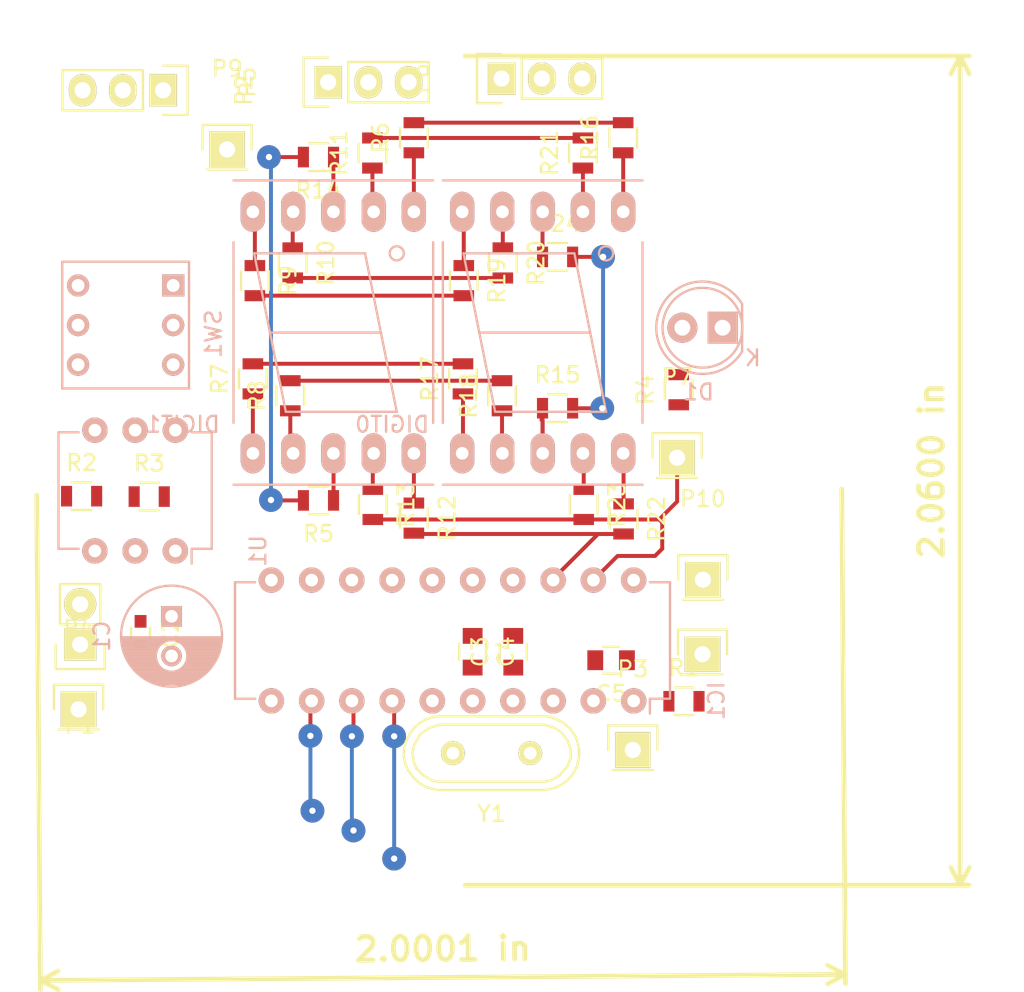
<source format=kicad_pcb>
(kicad_pcb (version 4) (host pcbnew 4.0.0-rc2-stable)

  (general
    (links 82)
    (no_connects 49)
    (area 169.974667 30.427066 238.330429 95.195795)
    (thickness 1.6)
    (drawings 2)
    (tracks 91)
    (zones 0)
    (modules 46)
    (nets 44)
  )

  (page A4)
  (layers
    (0 F.Cu signal)
    (31 B.Cu signal)
    (32 B.Adhes user)
    (33 F.Adhes user)
    (34 B.Paste user)
    (35 F.Paste user)
    (36 B.SilkS user)
    (37 F.SilkS user)
    (38 B.Mask user)
    (39 F.Mask user)
    (40 Dwgs.User user)
    (41 Cmts.User user)
    (42 Eco1.User user)
    (43 Eco2.User user)
    (44 Edge.Cuts user)
    (45 Margin user)
    (46 B.CrtYd user)
    (47 F.CrtYd user)
    (48 B.Fab user)
    (49 F.Fab user)
  )

  (setup
    (last_trace_width 0.25)
    (trace_clearance 0.25)
    (zone_clearance 0.508)
    (zone_45_only no)
    (trace_min 0.2)
    (segment_width 0.2)
    (edge_width 0.15)
    (via_size 1.5)
    (via_drill 0.4)
    (via_min_size 0.4)
    (via_min_drill 0.3)
    (uvia_size 1.5)
    (uvia_drill 0.4)
    (uvias_allowed no)
    (uvia_min_size 0.2)
    (uvia_min_drill 0.1)
    (pcb_text_width 0.3)
    (pcb_text_size 1.5 1.5)
    (mod_edge_width 0.15)
    (mod_text_size 1 1)
    (mod_text_width 0.15)
    (pad_size 1.524 1.524)
    (pad_drill 0.762)
    (pad_to_mask_clearance 0.2)
    (aux_axis_origin 0 0)
    (visible_elements 7FFFFFFF)
    (pcbplotparams
      (layerselection 0x00030_80000001)
      (usegerberextensions false)
      (excludeedgelayer true)
      (linewidth 0.100000)
      (plotframeref false)
      (viasonmask false)
      (mode 1)
      (useauxorigin false)
      (hpglpennumber 1)
      (hpglpenspeed 20)
      (hpglpendiameter 15)
      (hpglpenoverlay 2)
      (psnegative false)
      (psa4output false)
      (plotreference true)
      (plotvalue true)
      (plotinvisibletext false)
      (padsonsilk false)
      (subtractmaskfromsilk false)
      (outputformat 1)
      (mirror false)
      (drillshape 1)
      (scaleselection 1)
      (outputdirectory ""))
  )

  (net 0 "")
  (net 1 GND)
  (net 2 "Net-(C3-Pad1)")
  (net 3 "Net-(C4-Pad2)")
  (net 4 "Net-(D1-Pad1)")
  (net 5 "Net-(D1-Pad2)")
  (net 6 "Net-(DIGIT0-Pad1)")
  (net 7 "Net-(DIGIT0-Pad2)")
  (net 8 "Net-(DIGIT0-Pad3)")
  (net 9 "Net-(DIGIT0-Pad4)")
  (net 10 "Net-(DIGIT0-Pad5)")
  (net 11 "Net-(DIGIT0-Pad6)")
  (net 12 "Net-(DIGIT0-Pad7)")
  (net 13 "Net-(DIGIT0-Pad8)")
  (net 14 "Net-(DIGIT0-Pad9)")
  (net 15 "Net-(DIGIT0-Pad10)")
  (net 16 "Net-(DIGIT1-Pad1)")
  (net 17 "Net-(DIGIT1-Pad2)")
  (net 18 "Net-(DIGIT1-Pad3)")
  (net 19 "Net-(DIGIT1-Pad4)")
  (net 20 "Net-(DIGIT1-Pad5)")
  (net 21 "Net-(DIGIT1-Pad6)")
  (net 22 "Net-(DIGIT1-Pad7)")
  (net 23 "Net-(DIGIT1-Pad8)")
  (net 24 "Net-(DIGIT1-Pad9)")
  (net 25 "Net-(DIGIT1-Pad10)")
  (net 26 +5V)
  (net 27 "Net-(IC1-Pad3)")
  (net 28 "Net-(P2-Pad2)")
  (net 29 "Net-(IC1-Pad7)")
  (net 30 "Net-(IC1-Pad19)")
  (net 31 "Net-(IC1-Pad18)")
  (net 32 "Net-(IC1-Pad17)")
  (net 33 "Net-(R3-Pad1)")
  (net 34 "Net-(IC1-Pad8)")
  (net 35 "Net-(IC1-Pad13)")
  (net 36 "Net-(IC1-Pad14)")
  (net 37 "Net-(IC1-Pad15)")
  (net 38 "Net-(IC1-Pad16)")
  (net 39 "Net-(IC1-Pad6)")
  (net 40 "Net-(IC1-Pad2)")
  (net 41 "Net-(IC1-Pad9)")
  (net 42 "Net-(IC1-Pad11)")
  (net 43 "Net-(C5-Pad1)")

  (net_class Default "Это класс цепей по умолчанию."
    (clearance 0.25)
    (trace_width 0.25)
    (via_dia 1.5)
    (via_drill 0.4)
    (uvia_dia 1.5)
    (uvia_drill 0.4)
    (add_net +5V)
    (add_net GND)
    (add_net "Net-(C3-Pad1)")
    (add_net "Net-(C4-Pad2)")
    (add_net "Net-(C5-Pad1)")
    (add_net "Net-(D1-Pad1)")
    (add_net "Net-(D1-Pad2)")
    (add_net "Net-(DIGIT0-Pad1)")
    (add_net "Net-(DIGIT0-Pad10)")
    (add_net "Net-(DIGIT0-Pad2)")
    (add_net "Net-(DIGIT0-Pad3)")
    (add_net "Net-(DIGIT0-Pad4)")
    (add_net "Net-(DIGIT0-Pad5)")
    (add_net "Net-(DIGIT0-Pad6)")
    (add_net "Net-(DIGIT0-Pad7)")
    (add_net "Net-(DIGIT0-Pad8)")
    (add_net "Net-(DIGIT0-Pad9)")
    (add_net "Net-(DIGIT1-Pad1)")
    (add_net "Net-(DIGIT1-Pad10)")
    (add_net "Net-(DIGIT1-Pad2)")
    (add_net "Net-(DIGIT1-Pad3)")
    (add_net "Net-(DIGIT1-Pad4)")
    (add_net "Net-(DIGIT1-Pad5)")
    (add_net "Net-(DIGIT1-Pad6)")
    (add_net "Net-(DIGIT1-Pad7)")
    (add_net "Net-(DIGIT1-Pad8)")
    (add_net "Net-(DIGIT1-Pad9)")
    (add_net "Net-(IC1-Pad11)")
    (add_net "Net-(IC1-Pad13)")
    (add_net "Net-(IC1-Pad14)")
    (add_net "Net-(IC1-Pad15)")
    (add_net "Net-(IC1-Pad16)")
    (add_net "Net-(IC1-Pad17)")
    (add_net "Net-(IC1-Pad18)")
    (add_net "Net-(IC1-Pad19)")
    (add_net "Net-(IC1-Pad2)")
    (add_net "Net-(IC1-Pad3)")
    (add_net "Net-(IC1-Pad6)")
    (add_net "Net-(IC1-Pad7)")
    (add_net "Net-(IC1-Pad8)")
    (add_net "Net-(IC1-Pad9)")
    (add_net "Net-(P2-Pad2)")
    (add_net "Net-(R3-Pad1)")
  )

  (module Capacitors_ThroughHole:C_Radial_D6.3_L11.2_P2.5 (layer B.Cu) (tedit 0) (tstamp 56B48545)
    (at 181.0004 69.5198 270)
    (descr "Radial Electrolytic Capacitor, Diameter 6.3mm x Length 11.2mm, Pitch 2.5mm")
    (tags "Electrolytic Capacitor")
    (path /56B52DCD)
    (fp_text reference C1 (at 1.25 4.4 270) (layer B.SilkS)
      (effects (font (size 1 1) (thickness 0.15)) (justify mirror))
    )
    (fp_text value C (at 1.25 -4.4 270) (layer B.Fab)
      (effects (font (size 1 1) (thickness 0.15)) (justify mirror))
    )
    (fp_line (start 1.325 3.149) (end 1.325 -3.149) (layer B.SilkS) (width 0.15))
    (fp_line (start 1.465 3.143) (end 1.465 -3.143) (layer B.SilkS) (width 0.15))
    (fp_line (start 1.605 3.13) (end 1.605 0.446) (layer B.SilkS) (width 0.15))
    (fp_line (start 1.605 -0.446) (end 1.605 -3.13) (layer B.SilkS) (width 0.15))
    (fp_line (start 1.745 3.111) (end 1.745 0.656) (layer B.SilkS) (width 0.15))
    (fp_line (start 1.745 -0.656) (end 1.745 -3.111) (layer B.SilkS) (width 0.15))
    (fp_line (start 1.885 3.085) (end 1.885 0.789) (layer B.SilkS) (width 0.15))
    (fp_line (start 1.885 -0.789) (end 1.885 -3.085) (layer B.SilkS) (width 0.15))
    (fp_line (start 2.025 3.053) (end 2.025 0.88) (layer B.SilkS) (width 0.15))
    (fp_line (start 2.025 -0.88) (end 2.025 -3.053) (layer B.SilkS) (width 0.15))
    (fp_line (start 2.165 3.014) (end 2.165 0.942) (layer B.SilkS) (width 0.15))
    (fp_line (start 2.165 -0.942) (end 2.165 -3.014) (layer B.SilkS) (width 0.15))
    (fp_line (start 2.305 2.968) (end 2.305 0.981) (layer B.SilkS) (width 0.15))
    (fp_line (start 2.305 -0.981) (end 2.305 -2.968) (layer B.SilkS) (width 0.15))
    (fp_line (start 2.445 2.915) (end 2.445 0.998) (layer B.SilkS) (width 0.15))
    (fp_line (start 2.445 -0.998) (end 2.445 -2.915) (layer B.SilkS) (width 0.15))
    (fp_line (start 2.585 2.853) (end 2.585 0.996) (layer B.SilkS) (width 0.15))
    (fp_line (start 2.585 -0.996) (end 2.585 -2.853) (layer B.SilkS) (width 0.15))
    (fp_line (start 2.725 2.783) (end 2.725 0.974) (layer B.SilkS) (width 0.15))
    (fp_line (start 2.725 -0.974) (end 2.725 -2.783) (layer B.SilkS) (width 0.15))
    (fp_line (start 2.865 2.704) (end 2.865 0.931) (layer B.SilkS) (width 0.15))
    (fp_line (start 2.865 -0.931) (end 2.865 -2.704) (layer B.SilkS) (width 0.15))
    (fp_line (start 3.005 2.616) (end 3.005 0.863) (layer B.SilkS) (width 0.15))
    (fp_line (start 3.005 -0.863) (end 3.005 -2.616) (layer B.SilkS) (width 0.15))
    (fp_line (start 3.145 2.516) (end 3.145 0.764) (layer B.SilkS) (width 0.15))
    (fp_line (start 3.145 -0.764) (end 3.145 -2.516) (layer B.SilkS) (width 0.15))
    (fp_line (start 3.285 2.404) (end 3.285 0.619) (layer B.SilkS) (width 0.15))
    (fp_line (start 3.285 -0.619) (end 3.285 -2.404) (layer B.SilkS) (width 0.15))
    (fp_line (start 3.425 2.279) (end 3.425 0.38) (layer B.SilkS) (width 0.15))
    (fp_line (start 3.425 -0.38) (end 3.425 -2.279) (layer B.SilkS) (width 0.15))
    (fp_line (start 3.565 2.136) (end 3.565 -2.136) (layer B.SilkS) (width 0.15))
    (fp_line (start 3.705 1.974) (end 3.705 -1.974) (layer B.SilkS) (width 0.15))
    (fp_line (start 3.845 1.786) (end 3.845 -1.786) (layer B.SilkS) (width 0.15))
    (fp_line (start 3.985 1.563) (end 3.985 -1.563) (layer B.SilkS) (width 0.15))
    (fp_line (start 4.125 1.287) (end 4.125 -1.287) (layer B.SilkS) (width 0.15))
    (fp_line (start 4.265 0.912) (end 4.265 -0.912) (layer B.SilkS) (width 0.15))
    (fp_circle (center 2.5 0) (end 2.5 1) (layer B.SilkS) (width 0.15))
    (fp_circle (center 1.25 0) (end 1.25 3.1875) (layer B.SilkS) (width 0.15))
    (fp_circle (center 1.25 0) (end 1.25 3.4) (layer B.CrtYd) (width 0.05))
    (pad 2 thru_hole circle (at 2.5 0 270) (size 1.3 1.3) (drill 0.8) (layers *.Cu *.Mask B.SilkS)
      (net 1 GND))
    (pad 1 thru_hole rect (at 0 0 270) (size 1.3 1.3) (drill 0.8) (layers *.Cu *.Mask B.SilkS)
      (net 26 +5V))
    (model Capacitors_ThroughHole.3dshapes/C_Radial_D6.3_L11.2_P2.5.wrl
      (at (xyz 0 0 0))
      (scale (xyz 1 1 1))
      (rotate (xyz 0 0 0))
    )
  )

  (module Capacitors_SMD:C_0603 (layer F.Cu) (tedit 5415D631) (tstamp 56B4854B)
    (at 179.0446 70.5866 270)
    (descr "Capacitor SMD 0603, reflow soldering, AVX (see smccp.pdf)")
    (tags "capacitor 0603")
    (path /56B52EA2)
    (attr smd)
    (fp_text reference C2 (at 0 -1.9 270) (layer F.SilkS)
      (effects (font (size 1 1) (thickness 0.15)))
    )
    (fp_text value C (at 0 1.9 270) (layer F.Fab)
      (effects (font (size 1 1) (thickness 0.15)))
    )
    (fp_line (start -1.45 -0.75) (end 1.45 -0.75) (layer F.CrtYd) (width 0.05))
    (fp_line (start -1.45 0.75) (end 1.45 0.75) (layer F.CrtYd) (width 0.05))
    (fp_line (start -1.45 -0.75) (end -1.45 0.75) (layer F.CrtYd) (width 0.05))
    (fp_line (start 1.45 -0.75) (end 1.45 0.75) (layer F.CrtYd) (width 0.05))
    (fp_line (start -0.35 -0.6) (end 0.35 -0.6) (layer F.SilkS) (width 0.15))
    (fp_line (start 0.35 0.6) (end -0.35 0.6) (layer F.SilkS) (width 0.15))
    (pad 1 smd rect (at -0.75 0 270) (size 0.8 0.75) (layers F.Cu F.Paste F.Mask)
      (net 26 +5V))
    (pad 2 smd rect (at 0.75 0 270) (size 0.8 0.75) (layers F.Cu F.Paste F.Mask)
      (net 1 GND))
    (model Capacitors_SMD.3dshapes/C_0603.wrl
      (at (xyz 0 0 0))
      (scale (xyz 1 1 1))
      (rotate (xyz 0 0 0))
    )
  )

  (module Capacitors_SMD:C_0805 (layer F.Cu) (tedit 5415D6EA) (tstamp 56B48551)
    (at 202.565 71.755 90)
    (descr "Capacitor SMD 0805, reflow soldering, AVX (see smccp.pdf)")
    (tags "capacitor 0805")
    (path /56B4E427)
    (attr smd)
    (fp_text reference C3 (at 0 -2.1 90) (layer F.SilkS)
      (effects (font (size 1 1) (thickness 0.15)))
    )
    (fp_text value C_Small (at 0 2.1 90) (layer F.Fab)
      (effects (font (size 1 1) (thickness 0.15)))
    )
    (fp_line (start -1.8 -1) (end 1.8 -1) (layer F.CrtYd) (width 0.05))
    (fp_line (start -1.8 1) (end 1.8 1) (layer F.CrtYd) (width 0.05))
    (fp_line (start -1.8 -1) (end -1.8 1) (layer F.CrtYd) (width 0.05))
    (fp_line (start 1.8 -1) (end 1.8 1) (layer F.CrtYd) (width 0.05))
    (fp_line (start 0.5 -0.85) (end -0.5 -0.85) (layer F.SilkS) (width 0.15))
    (fp_line (start -0.5 0.85) (end 0.5 0.85) (layer F.SilkS) (width 0.15))
    (pad 1 smd rect (at -1 0 90) (size 1 1.25) (layers F.Cu F.Paste F.Mask)
      (net 2 "Net-(C3-Pad1)"))
    (pad 2 smd rect (at 1 0 90) (size 1 1.25) (layers F.Cu F.Paste F.Mask)
      (net 1 GND))
    (model Capacitors_SMD.3dshapes/C_0805.wrl
      (at (xyz 0 0 0))
      (scale (xyz 1 1 1))
      (rotate (xyz 0 0 0))
    )
  )

  (module Capacitors_SMD:C_0805 (layer F.Cu) (tedit 5415D6EA) (tstamp 56B48557)
    (at 199.9996 71.755 270)
    (descr "Capacitor SMD 0805, reflow soldering, AVX (see smccp.pdf)")
    (tags "capacitor 0805")
    (path /56B4E4F2)
    (attr smd)
    (fp_text reference C4 (at 0 -2.1 270) (layer F.SilkS)
      (effects (font (size 1 1) (thickness 0.15)))
    )
    (fp_text value C_Small (at 0 2.1 270) (layer F.Fab)
      (effects (font (size 1 1) (thickness 0.15)))
    )
    (fp_line (start -1.8 -1) (end 1.8 -1) (layer F.CrtYd) (width 0.05))
    (fp_line (start -1.8 1) (end 1.8 1) (layer F.CrtYd) (width 0.05))
    (fp_line (start -1.8 -1) (end -1.8 1) (layer F.CrtYd) (width 0.05))
    (fp_line (start 1.8 -1) (end 1.8 1) (layer F.CrtYd) (width 0.05))
    (fp_line (start 0.5 -0.85) (end -0.5 -0.85) (layer F.SilkS) (width 0.15))
    (fp_line (start -0.5 0.85) (end 0.5 0.85) (layer F.SilkS) (width 0.15))
    (pad 1 smd rect (at -1 0 270) (size 1 1.25) (layers F.Cu F.Paste F.Mask)
      (net 1 GND))
    (pad 2 smd rect (at 1 0 270) (size 1 1.25) (layers F.Cu F.Paste F.Mask)
      (net 3 "Net-(C4-Pad2)"))
    (model Capacitors_SMD.3dshapes/C_0805.wrl
      (at (xyz 0 0 0))
      (scale (xyz 1 1 1))
      (rotate (xyz 0 0 0))
    )
  )

  (module LEDs:LED-5MM (layer B.Cu) (tedit 5570F7EA) (tstamp 56B4855D)
    (at 215.773 51.308 180)
    (descr "LED 5mm round vertical")
    (tags "LED 5mm round vertical")
    (path /56B47BA2)
    (fp_text reference D1 (at 1.524 -4.064 180) (layer B.SilkS)
      (effects (font (size 1 1) (thickness 0.15)) (justify mirror))
    )
    (fp_text value LED (at 1.524 3.937 180) (layer B.Fab)
      (effects (font (size 1 1) (thickness 0.15)) (justify mirror))
    )
    (fp_line (start -1.5 1.55) (end -1.5 -1.55) (layer B.CrtYd) (width 0.05))
    (fp_arc (start 1.3 0) (end -1.5 -1.55) (angle 302) (layer B.CrtYd) (width 0.05))
    (fp_arc (start 1.27 0) (end -1.23 1.5) (angle -297.5) (layer B.SilkS) (width 0.15))
    (fp_line (start -1.23 -1.5) (end -1.23 1.5) (layer B.SilkS) (width 0.15))
    (fp_circle (center 1.27 0) (end 0.97 2.5) (layer B.SilkS) (width 0.15))
    (fp_text user K (at -1.905 -1.905 180) (layer B.SilkS)
      (effects (font (size 1 1) (thickness 0.15)) (justify mirror))
    )
    (pad 1 thru_hole rect (at 0 0 90) (size 2 1.9) (drill 1.00076) (layers *.Cu *.Mask B.SilkS)
      (net 4 "Net-(D1-Pad1)"))
    (pad 2 thru_hole circle (at 2.54 0 180) (size 1.9 1.9) (drill 1.00076) (layers *.Cu *.Mask B.SilkS)
      (net 5 "Net-(D1-Pad2)"))
    (model LEDs.3dshapes/LED-5MM.wrl
      (at (xyz 0.05 0 0))
      (scale (xyz 1 1 1))
      (rotate (xyz 0 0 90))
    )
  )

  (module Displays_7-Segment:7SegmentLED_LTS6760_LTS6780 (layer B.Cu) (tedit 0) (tstamp 56B4856B)
    (at 204.4192 51.6128)
    (path /56B47951)
    (fp_text reference DIGIT0 (at -9.5 5.8) (layer B.SilkS)
      (effects (font (size 1 1) (thickness 0.15)) (justify mirror))
    )
    (fp_text value 7SEGM (at -0.4 -12) (layer B.Fab)
      (effects (font (size 1 1) (thickness 0.15)) (justify mirror))
    )
    (fp_circle (center 4 -5) (end 4.4 -5.2) (layer B.SilkS) (width 0.15))
    (fp_line (start -3 5) (end -4 0) (layer B.SilkS) (width 0.15))
    (fp_line (start -4 0) (end -5 -5) (layer B.SilkS) (width 0.15))
    (fp_line (start -5 -5) (end 2 -5) (layer B.SilkS) (width 0.15))
    (fp_line (start 2 -5) (end 3 0) (layer B.SilkS) (width 0.15))
    (fp_line (start 4 5) (end 3 0) (layer B.SilkS) (width 0.15))
    (fp_line (start 3 0) (end -4 0) (layer B.SilkS) (width 0.15))
    (fp_line (start -3 5) (end 4 5) (layer B.SilkS) (width 0.15))
    (fp_line (start 6.3 -9.6) (end -6.3 -9.6) (layer B.SilkS) (width 0.15))
    (fp_line (start -6.3 5.7) (end -6.3 -5.7) (layer B.SilkS) (width 0.15))
    (fp_line (start 6.3 5.7) (end 6.3 -5.7) (layer B.SilkS) (width 0.15))
    (fp_line (start -6.3 9.6) (end 6.3 9.6) (layer B.SilkS) (width 0.15))
    (pad 1 thru_hole oval (at -5.08 -7.62) (size 1.524 2.524) (drill 0.8) (layers *.Cu *.Mask B.SilkS)
      (net 6 "Net-(DIGIT0-Pad1)"))
    (pad 2 thru_hole oval (at -2.54 -7.62) (size 1.524 2.524) (drill 0.8) (layers *.Cu *.Mask B.SilkS)
      (net 7 "Net-(DIGIT0-Pad2)"))
    (pad 3 thru_hole oval (at 0 -7.62) (size 1.524 2.524) (drill 0.8) (layers *.Cu *.Mask B.SilkS)
      (net 8 "Net-(DIGIT0-Pad3)"))
    (pad 4 thru_hole oval (at 2.54 -7.62) (size 1.524 2.524) (drill 0.8) (layers *.Cu *.Mask B.SilkS)
      (net 9 "Net-(DIGIT0-Pad4)"))
    (pad 5 thru_hole oval (at 5.08 -7.62) (size 1.524 2.524) (drill 0.8) (layers *.Cu *.Mask B.SilkS)
      (net 10 "Net-(DIGIT0-Pad5)"))
    (pad 6 thru_hole oval (at 5.08 7.62) (size 1.524 2.524) (drill 0.8) (layers *.Cu *.Mask B.SilkS)
      (net 11 "Net-(DIGIT0-Pad6)"))
    (pad 7 thru_hole oval (at 2.54 7.62) (size 1.524 2.524) (drill 0.8) (layers *.Cu *.Mask B.SilkS)
      (net 12 "Net-(DIGIT0-Pad7)"))
    (pad 8 thru_hole oval (at 0 7.62) (size 1.524 2.524) (drill 0.8) (layers *.Cu *.Mask B.SilkS)
      (net 13 "Net-(DIGIT0-Pad8)"))
    (pad 9 thru_hole oval (at -2.54 7.62) (size 1.524 2.524) (drill 0.8) (layers *.Cu *.Mask B.SilkS)
      (net 14 "Net-(DIGIT0-Pad9)"))
    (pad 10 thru_hole oval (at -5.08 7.62) (size 1.524 2.524) (drill 0.8) (layers *.Cu *.Mask B.SilkS)
      (net 15 "Net-(DIGIT0-Pad10)"))
    (model Displays_7-Segment.3dshapes/7SegmentLED_LTS6760_LTS6780.wrl
      (at (xyz 0 0 0))
      (scale (xyz 0.3937 0.3937 0.3937))
      (rotate (xyz 0 0 0))
    )
  )

  (module Displays_7-Segment:7SegmentLED_LTS6760_LTS6780 (layer B.Cu) (tedit 0) (tstamp 56B48579)
    (at 191.2112 51.6128)
    (path /56B47A0C)
    (fp_text reference DIGIT1 (at -9.5 5.8) (layer B.SilkS)
      (effects (font (size 1 1) (thickness 0.15)) (justify mirror))
    )
    (fp_text value 7SEGM (at -0.4 -12) (layer B.Fab)
      (effects (font (size 1 1) (thickness 0.15)) (justify mirror))
    )
    (fp_circle (center 4 -5) (end 4.4 -5.2) (layer B.SilkS) (width 0.15))
    (fp_line (start -3 5) (end -4 0) (layer B.SilkS) (width 0.15))
    (fp_line (start -4 0) (end -5 -5) (layer B.SilkS) (width 0.15))
    (fp_line (start -5 -5) (end 2 -5) (layer B.SilkS) (width 0.15))
    (fp_line (start 2 -5) (end 3 0) (layer B.SilkS) (width 0.15))
    (fp_line (start 4 5) (end 3 0) (layer B.SilkS) (width 0.15))
    (fp_line (start 3 0) (end -4 0) (layer B.SilkS) (width 0.15))
    (fp_line (start -3 5) (end 4 5) (layer B.SilkS) (width 0.15))
    (fp_line (start 6.3 -9.6) (end -6.3 -9.6) (layer B.SilkS) (width 0.15))
    (fp_line (start -6.3 5.7) (end -6.3 -5.7) (layer B.SilkS) (width 0.15))
    (fp_line (start 6.3 5.7) (end 6.3 -5.7) (layer B.SilkS) (width 0.15))
    (fp_line (start -6.3 9.6) (end 6.3 9.6) (layer B.SilkS) (width 0.15))
    (pad 1 thru_hole oval (at -5.08 -7.62) (size 1.524 2.524) (drill 0.8) (layers *.Cu *.Mask B.SilkS)
      (net 16 "Net-(DIGIT1-Pad1)"))
    (pad 2 thru_hole oval (at -2.54 -7.62) (size 1.524 2.524) (drill 0.8) (layers *.Cu *.Mask B.SilkS)
      (net 17 "Net-(DIGIT1-Pad2)"))
    (pad 3 thru_hole oval (at 0 -7.62) (size 1.524 2.524) (drill 0.8) (layers *.Cu *.Mask B.SilkS)
      (net 18 "Net-(DIGIT1-Pad3)"))
    (pad 4 thru_hole oval (at 2.54 -7.62) (size 1.524 2.524) (drill 0.8) (layers *.Cu *.Mask B.SilkS)
      (net 19 "Net-(DIGIT1-Pad4)"))
    (pad 5 thru_hole oval (at 5.08 -7.62) (size 1.524 2.524) (drill 0.8) (layers *.Cu *.Mask B.SilkS)
      (net 20 "Net-(DIGIT1-Pad5)"))
    (pad 6 thru_hole oval (at 5.08 7.62) (size 1.524 2.524) (drill 0.8) (layers *.Cu *.Mask B.SilkS)
      (net 21 "Net-(DIGIT1-Pad6)"))
    (pad 7 thru_hole oval (at 2.54 7.62) (size 1.524 2.524) (drill 0.8) (layers *.Cu *.Mask B.SilkS)
      (net 22 "Net-(DIGIT1-Pad7)"))
    (pad 8 thru_hole oval (at 0 7.62) (size 1.524 2.524) (drill 0.8) (layers *.Cu *.Mask B.SilkS)
      (net 23 "Net-(DIGIT1-Pad8)"))
    (pad 9 thru_hole oval (at -2.54 7.62) (size 1.524 2.524) (drill 0.8) (layers *.Cu *.Mask B.SilkS)
      (net 24 "Net-(DIGIT1-Pad9)"))
    (pad 10 thru_hole oval (at -5.08 7.62) (size 1.524 2.524) (drill 0.8) (layers *.Cu *.Mask B.SilkS)
      (net 25 "Net-(DIGIT1-Pad10)"))
    (model Displays_7-Segment.3dshapes/7SegmentLED_LTS6760_LTS6780.wrl
      (at (xyz 0 0 0))
      (scale (xyz 0.3937 0.3937 0.3937))
      (rotate (xyz 0 0 0))
    )
  )

  (module Pin_Headers:Pin_Header_Straight_1x02 (layer F.Cu) (tedit 54EA090C) (tstamp 56B4857F)
    (at 175.2346 71.2978 180)
    (descr "Through hole pin header")
    (tags "pin header")
    (path /56B47D4F)
    (fp_text reference P1 (at 0 -5.1 180) (layer F.SilkS)
      (effects (font (size 1 1) (thickness 0.15)))
    )
    (fp_text value CONN_01X02 (at 0 -3.1 180) (layer F.Fab)
      (effects (font (size 1 1) (thickness 0.15)))
    )
    (fp_line (start 1.27 1.27) (end 1.27 3.81) (layer F.SilkS) (width 0.15))
    (fp_line (start 1.55 -1.55) (end 1.55 0) (layer F.SilkS) (width 0.15))
    (fp_line (start -1.75 -1.75) (end -1.75 4.3) (layer F.CrtYd) (width 0.05))
    (fp_line (start 1.75 -1.75) (end 1.75 4.3) (layer F.CrtYd) (width 0.05))
    (fp_line (start -1.75 -1.75) (end 1.75 -1.75) (layer F.CrtYd) (width 0.05))
    (fp_line (start -1.75 4.3) (end 1.75 4.3) (layer F.CrtYd) (width 0.05))
    (fp_line (start 1.27 1.27) (end -1.27 1.27) (layer F.SilkS) (width 0.15))
    (fp_line (start -1.55 0) (end -1.55 -1.55) (layer F.SilkS) (width 0.15))
    (fp_line (start -1.55 -1.55) (end 1.55 -1.55) (layer F.SilkS) (width 0.15))
    (fp_line (start -1.27 1.27) (end -1.27 3.81) (layer F.SilkS) (width 0.15))
    (fp_line (start -1.27 3.81) (end 1.27 3.81) (layer F.SilkS) (width 0.15))
    (pad 1 thru_hole rect (at 0 0 180) (size 2.032 2.032) (drill 1.016) (layers *.Cu *.Mask F.SilkS)
      (net 1 GND))
    (pad 2 thru_hole oval (at 0 2.54 180) (size 2.032 2.032) (drill 1.016) (layers *.Cu *.Mask F.SilkS)
      (net 26 +5V))
    (model Pin_Headers.3dshapes/Pin_Header_Straight_1x02.wrl
      (at (xyz 0 -0.05 0))
      (scale (xyz 1 1 1))
      (rotate (xyz 0 0 90))
    )
  )

  (module Pin_Headers:Pin_Header_Straight_1x03 (layer F.Cu) (tedit 0) (tstamp 56B48586)
    (at 180.467 36.322 270)
    (descr "Through hole pin header")
    (tags "pin header")
    (path /56B4EFF4)
    (fp_text reference P2 (at 0 -5.1 270) (layer F.SilkS)
      (effects (font (size 1 1) (thickness 0.15)))
    )
    (fp_text value CONN_01X03 (at 0 -3.1 270) (layer F.Fab)
      (effects (font (size 1 1) (thickness 0.15)))
    )
    (fp_line (start -1.75 -1.75) (end -1.75 6.85) (layer F.CrtYd) (width 0.05))
    (fp_line (start 1.75 -1.75) (end 1.75 6.85) (layer F.CrtYd) (width 0.05))
    (fp_line (start -1.75 -1.75) (end 1.75 -1.75) (layer F.CrtYd) (width 0.05))
    (fp_line (start -1.75 6.85) (end 1.75 6.85) (layer F.CrtYd) (width 0.05))
    (fp_line (start -1.27 1.27) (end -1.27 6.35) (layer F.SilkS) (width 0.15))
    (fp_line (start -1.27 6.35) (end 1.27 6.35) (layer F.SilkS) (width 0.15))
    (fp_line (start 1.27 6.35) (end 1.27 1.27) (layer F.SilkS) (width 0.15))
    (fp_line (start 1.55 -1.55) (end 1.55 0) (layer F.SilkS) (width 0.15))
    (fp_line (start 1.27 1.27) (end -1.27 1.27) (layer F.SilkS) (width 0.15))
    (fp_line (start -1.55 0) (end -1.55 -1.55) (layer F.SilkS) (width 0.15))
    (fp_line (start -1.55 -1.55) (end 1.55 -1.55) (layer F.SilkS) (width 0.15))
    (pad 1 thru_hole rect (at 0 0 270) (size 2.032 1.7272) (drill 1.016) (layers *.Cu *.Mask F.SilkS)
      (net 27 "Net-(IC1-Pad3)"))
    (pad 2 thru_hole oval (at 0 2.54 270) (size 2.032 1.7272) (drill 1.016) (layers *.Cu *.Mask F.SilkS)
      (net 28 "Net-(P2-Pad2)"))
    (pad 3 thru_hole oval (at 0 5.08 270) (size 2.032 1.7272) (drill 1.016) (layers *.Cu *.Mask F.SilkS)
      (net 1 GND))
    (model Pin_Headers.3dshapes/Pin_Header_Straight_1x03.wrl
      (at (xyz 0 -0.1 0))
      (scale (xyz 1 1 1))
      (rotate (xyz 0 0 90))
    )
  )

  (module Pin_Headers:Pin_Header_Straight_1x01 (layer F.Cu) (tedit 54EA08DC) (tstamp 56B4858B)
    (at 210.1088 77.9526)
    (descr "Through hole pin header")
    (tags "pin header")
    (path /56B4FC69)
    (fp_text reference P3 (at 0 -5.1) (layer F.SilkS)
      (effects (font (size 1 1) (thickness 0.15)))
    )
    (fp_text value CONN_01X01 (at 0 -3.1) (layer F.Fab)
      (effects (font (size 1 1) (thickness 0.15)))
    )
    (fp_line (start 1.55 -1.55) (end 1.55 0) (layer F.SilkS) (width 0.15))
    (fp_line (start -1.75 -1.75) (end -1.75 1.75) (layer F.CrtYd) (width 0.05))
    (fp_line (start 1.75 -1.75) (end 1.75 1.75) (layer F.CrtYd) (width 0.05))
    (fp_line (start -1.75 -1.75) (end 1.75 -1.75) (layer F.CrtYd) (width 0.05))
    (fp_line (start -1.75 1.75) (end 1.75 1.75) (layer F.CrtYd) (width 0.05))
    (fp_line (start -1.55 0) (end -1.55 -1.55) (layer F.SilkS) (width 0.15))
    (fp_line (start -1.55 -1.55) (end 1.55 -1.55) (layer F.SilkS) (width 0.15))
    (fp_line (start -1.27 1.27) (end 1.27 1.27) (layer F.SilkS) (width 0.15))
    (pad 1 thru_hole rect (at 0 0) (size 2.2352 2.2352) (drill 1.016) (layers *.Cu *.Mask F.SilkS)
      (net 43 "Net-(C5-Pad1)"))
    (model Pin_Headers.3dshapes/Pin_Header_Straight_1x01.wrl
      (at (xyz 0 0 0))
      (scale (xyz 1 1 1))
      (rotate (xyz 0 0 90))
    )
  )

  (module Pin_Headers:Pin_Header_Straight_1x01 (layer F.Cu) (tedit 54EA08DC) (tstamp 56B48590)
    (at 175.133 75.3872)
    (descr "Through hole pin header")
    (tags "pin header")
    (path /56B4FAD9)
    (fp_text reference P4 (at 0 -5.1) (layer F.SilkS)
      (effects (font (size 1 1) (thickness 0.15)))
    )
    (fp_text value CONN_01X01 (at 0 -3.1) (layer F.Fab)
      (effects (font (size 1 1) (thickness 0.15)))
    )
    (fp_line (start 1.55 -1.55) (end 1.55 0) (layer F.SilkS) (width 0.15))
    (fp_line (start -1.75 -1.75) (end -1.75 1.75) (layer F.CrtYd) (width 0.05))
    (fp_line (start 1.75 -1.75) (end 1.75 1.75) (layer F.CrtYd) (width 0.05))
    (fp_line (start -1.75 -1.75) (end 1.75 -1.75) (layer F.CrtYd) (width 0.05))
    (fp_line (start -1.75 1.75) (end 1.75 1.75) (layer F.CrtYd) (width 0.05))
    (fp_line (start -1.55 0) (end -1.55 -1.55) (layer F.SilkS) (width 0.15))
    (fp_line (start -1.55 -1.55) (end 1.55 -1.55) (layer F.SilkS) (width 0.15))
    (fp_line (start -1.27 1.27) (end 1.27 1.27) (layer F.SilkS) (width 0.15))
    (pad 1 thru_hole rect (at 0 0) (size 2.2352 2.2352) (drill 1.016) (layers *.Cu *.Mask F.SilkS)
      (net 1 GND))
    (model Pin_Headers.3dshapes/Pin_Header_Straight_1x01.wrl
      (at (xyz 0 0 0))
      (scale (xyz 1 1 1))
      (rotate (xyz 0 0 90))
    )
  )

  (module Pin_Headers:Pin_Header_Straight_1x01 (layer F.Cu) (tedit 54EA08DC) (tstamp 56B485A3)
    (at 212.9028 59.5122)
    (descr "Through hole pin header")
    (tags "pin header")
    (path /56B4FDA0)
    (fp_text reference P7 (at 0 -5.1) (layer F.SilkS)
      (effects (font (size 1 1) (thickness 0.15)))
    )
    (fp_text value CONN_01X01 (at 0 -3.1) (layer F.Fab)
      (effects (font (size 1 1) (thickness 0.15)))
    )
    (fp_line (start 1.55 -1.55) (end 1.55 0) (layer F.SilkS) (width 0.15))
    (fp_line (start -1.75 -1.75) (end -1.75 1.75) (layer F.CrtYd) (width 0.05))
    (fp_line (start 1.75 -1.75) (end 1.75 1.75) (layer F.CrtYd) (width 0.05))
    (fp_line (start -1.75 -1.75) (end 1.75 -1.75) (layer F.CrtYd) (width 0.05))
    (fp_line (start -1.75 1.75) (end 1.75 1.75) (layer F.CrtYd) (width 0.05))
    (fp_line (start -1.55 0) (end -1.55 -1.55) (layer F.SilkS) (width 0.15))
    (fp_line (start -1.55 -1.55) (end 1.55 -1.55) (layer F.SilkS) (width 0.15))
    (fp_line (start -1.27 1.27) (end 1.27 1.27) (layer F.SilkS) (width 0.15))
    (pad 1 thru_hole rect (at 0 0) (size 2.2352 2.2352) (drill 1.016) (layers *.Cu *.Mask F.SilkS)
      (net 30 "Net-(IC1-Pad19)"))
    (model Pin_Headers.3dshapes/Pin_Header_Straight_1x01.wrl
      (at (xyz 0 0 0))
      (scale (xyz 1 1 1))
      (rotate (xyz 0 0 90))
    )
  )

  (module Pin_Headers:Pin_Header_Straight_1x01 (layer F.Cu) (tedit 54EA08DC) (tstamp 56B485A8)
    (at 214.503 71.9074)
    (descr "Through hole pin header")
    (tags "pin header")
    (path /56B4FD3B)
    (fp_text reference P8 (at 0 -5.1) (layer F.SilkS)
      (effects (font (size 1 1) (thickness 0.15)))
    )
    (fp_text value CONN_01X01 (at 0 -3.1) (layer F.Fab)
      (effects (font (size 1 1) (thickness 0.15)))
    )
    (fp_line (start 1.55 -1.55) (end 1.55 0) (layer F.SilkS) (width 0.15))
    (fp_line (start -1.75 -1.75) (end -1.75 1.75) (layer F.CrtYd) (width 0.05))
    (fp_line (start 1.75 -1.75) (end 1.75 1.75) (layer F.CrtYd) (width 0.05))
    (fp_line (start -1.75 -1.75) (end 1.75 -1.75) (layer F.CrtYd) (width 0.05))
    (fp_line (start -1.75 1.75) (end 1.75 1.75) (layer F.CrtYd) (width 0.05))
    (fp_line (start -1.55 0) (end -1.55 -1.55) (layer F.SilkS) (width 0.15))
    (fp_line (start -1.55 -1.55) (end 1.55 -1.55) (layer F.SilkS) (width 0.15))
    (fp_line (start -1.27 1.27) (end 1.27 1.27) (layer F.SilkS) (width 0.15))
    (pad 1 thru_hole rect (at 0 0) (size 2.2352 2.2352) (drill 1.016) (layers *.Cu *.Mask F.SilkS)
      (net 31 "Net-(IC1-Pad18)"))
    (model Pin_Headers.3dshapes/Pin_Header_Straight_1x01.wrl
      (at (xyz 0 0 0))
      (scale (xyz 1 1 1))
      (rotate (xyz 0 0 90))
    )
  )

  (module Pin_Headers:Pin_Header_Straight_1x01 (layer F.Cu) (tedit 54EA08DC) (tstamp 56B485AD)
    (at 184.5056 40.0558)
    (descr "Through hole pin header")
    (tags "pin header")
    (path /56B4FCCA)
    (fp_text reference P9 (at 0 -5.1) (layer F.SilkS)
      (effects (font (size 1 1) (thickness 0.15)))
    )
    (fp_text value CONN_01X01 (at 0 -3.1) (layer F.Fab)
      (effects (font (size 1 1) (thickness 0.15)))
    )
    (fp_line (start 1.55 -1.55) (end 1.55 0) (layer F.SilkS) (width 0.15))
    (fp_line (start -1.75 -1.75) (end -1.75 1.75) (layer F.CrtYd) (width 0.05))
    (fp_line (start 1.75 -1.75) (end 1.75 1.75) (layer F.CrtYd) (width 0.05))
    (fp_line (start -1.75 -1.75) (end 1.75 -1.75) (layer F.CrtYd) (width 0.05))
    (fp_line (start -1.75 1.75) (end 1.75 1.75) (layer F.CrtYd) (width 0.05))
    (fp_line (start -1.55 0) (end -1.55 -1.55) (layer F.SilkS) (width 0.15))
    (fp_line (start -1.55 -1.55) (end 1.55 -1.55) (layer F.SilkS) (width 0.15))
    (fp_line (start -1.27 1.27) (end 1.27 1.27) (layer F.SilkS) (width 0.15))
    (pad 1 thru_hole rect (at 0 0) (size 2.2352 2.2352) (drill 1.016) (layers *.Cu *.Mask F.SilkS)
      (net 32 "Net-(IC1-Pad17)"))
    (model Pin_Headers.3dshapes/Pin_Header_Straight_1x01.wrl
      (at (xyz 0 0 0))
      (scale (xyz 1 1 1))
      (rotate (xyz 0 0 90))
    )
  )

  (module Pin_Headers:Pin_Header_Straight_1x01 (layer F.Cu) (tedit 54EA08DC) (tstamp 56B485B2)
    (at 214.5284 67.2084)
    (descr "Through hole pin header")
    (tags "pin header")
    (path /56B4FB96)
    (fp_text reference P10 (at 0 -5.1) (layer F.SilkS)
      (effects (font (size 1 1) (thickness 0.15)))
    )
    (fp_text value CONN_01X01 (at 0 -3.1) (layer F.Fab)
      (effects (font (size 1 1) (thickness 0.15)))
    )
    (fp_line (start 1.55 -1.55) (end 1.55 0) (layer F.SilkS) (width 0.15))
    (fp_line (start -1.75 -1.75) (end -1.75 1.75) (layer F.CrtYd) (width 0.05))
    (fp_line (start 1.75 -1.75) (end 1.75 1.75) (layer F.CrtYd) (width 0.05))
    (fp_line (start -1.75 -1.75) (end 1.75 -1.75) (layer F.CrtYd) (width 0.05))
    (fp_line (start -1.75 1.75) (end 1.75 1.75) (layer F.CrtYd) (width 0.05))
    (fp_line (start -1.55 0) (end -1.55 -1.55) (layer F.SilkS) (width 0.15))
    (fp_line (start -1.55 -1.55) (end 1.55 -1.55) (layer F.SilkS) (width 0.15))
    (fp_line (start -1.27 1.27) (end 1.27 1.27) (layer F.SilkS) (width 0.15))
    (pad 1 thru_hole rect (at 0 0) (size 2.2352 2.2352) (drill 1.016) (layers *.Cu *.Mask F.SilkS)
      (net 26 +5V))
    (model Pin_Headers.3dshapes/Pin_Header_Straight_1x01.wrl
      (at (xyz 0 0 0))
      (scale (xyz 1 1 1))
      (rotate (xyz 0 0 90))
    )
  )

  (module Resistors_SMD:R_0805 (layer F.Cu) (tedit 5415CDEB) (tstamp 56B485B8)
    (at 213.3346 74.8792)
    (descr "Resistor SMD 0805, reflow soldering, Vishay (see dcrcw.pdf)")
    (tags "resistor 0805")
    (path /56B52CF8)
    (attr smd)
    (fp_text reference R1 (at 0 -2.1) (layer F.SilkS)
      (effects (font (size 1 1) (thickness 0.15)))
    )
    (fp_text value R (at 0 2.1) (layer F.Fab)
      (effects (font (size 1 1) (thickness 0.15)))
    )
    (fp_line (start -1.6 -1) (end 1.6 -1) (layer F.CrtYd) (width 0.05))
    (fp_line (start -1.6 1) (end 1.6 1) (layer F.CrtYd) (width 0.05))
    (fp_line (start -1.6 -1) (end -1.6 1) (layer F.CrtYd) (width 0.05))
    (fp_line (start 1.6 -1) (end 1.6 1) (layer F.CrtYd) (width 0.05))
    (fp_line (start 0.6 0.875) (end -0.6 0.875) (layer F.SilkS) (width 0.15))
    (fp_line (start -0.6 -0.875) (end 0.6 -0.875) (layer F.SilkS) (width 0.15))
    (pad 1 smd rect (at -0.95 0) (size 0.7 1.3) (layers F.Cu F.Paste F.Mask)
      (net 43 "Net-(C5-Pad1)"))
    (pad 2 smd rect (at 0.95 0) (size 0.7 1.3) (layers F.Cu F.Paste F.Mask)
      (net 26 +5V))
    (model Resistors_SMD.3dshapes/R_0805.wrl
      (at (xyz 0 0 0))
      (scale (xyz 1 1 1))
      (rotate (xyz 0 0 0))
    )
  )

  (module Resistors_SMD:R_0805 (layer F.Cu) (tedit 5415CDEB) (tstamp 56B485BE)
    (at 175.3235 61.9379)
    (descr "Resistor SMD 0805, reflow soldering, Vishay (see dcrcw.pdf)")
    (tags "resistor 0805")
    (path /56B4FEF0)
    (attr smd)
    (fp_text reference R2 (at 0 -2.1) (layer F.SilkS)
      (effects (font (size 1 1) (thickness 0.15)))
    )
    (fp_text value R (at 0 2.1) (layer F.Fab)
      (effects (font (size 1 1) (thickness 0.15)))
    )
    (fp_line (start -1.6 -1) (end 1.6 -1) (layer F.CrtYd) (width 0.05))
    (fp_line (start -1.6 1) (end 1.6 1) (layer F.CrtYd) (width 0.05))
    (fp_line (start -1.6 -1) (end -1.6 1) (layer F.CrtYd) (width 0.05))
    (fp_line (start 1.6 -1) (end 1.6 1) (layer F.CrtYd) (width 0.05))
    (fp_line (start 0.6 0.875) (end -0.6 0.875) (layer F.SilkS) (width 0.15))
    (fp_line (start -0.6 -0.875) (end 0.6 -0.875) (layer F.SilkS) (width 0.15))
    (pad 1 smd rect (at -0.95 0) (size 0.7 1.3) (layers F.Cu F.Paste F.Mask)
      (net 29 "Net-(IC1-Pad7)"))
    (pad 2 smd rect (at 0.95 0) (size 0.7 1.3) (layers F.Cu F.Paste F.Mask)
      (net 28 "Net-(P2-Pad2)"))
    (model Resistors_SMD.3dshapes/R_0805.wrl
      (at (xyz 0 0 0))
      (scale (xyz 1 1 1))
      (rotate (xyz 0 0 0))
    )
  )

  (module Resistors_SMD:R_0805 (layer F.Cu) (tedit 5415CDEB) (tstamp 56B485C4)
    (at 179.5907 61.9633)
    (descr "Resistor SMD 0805, reflow soldering, Vishay (see dcrcw.pdf)")
    (tags "resistor 0805")
    (path /56B84A6D)
    (attr smd)
    (fp_text reference R3 (at 0 -2.1) (layer F.SilkS)
      (effects (font (size 1 1) (thickness 0.15)))
    )
    (fp_text value R (at 0 2.1) (layer F.Fab)
      (effects (font (size 1 1) (thickness 0.15)))
    )
    (fp_line (start -1.6 -1) (end 1.6 -1) (layer F.CrtYd) (width 0.05))
    (fp_line (start -1.6 1) (end 1.6 1) (layer F.CrtYd) (width 0.05))
    (fp_line (start -1.6 -1) (end -1.6 1) (layer F.CrtYd) (width 0.05))
    (fp_line (start 1.6 -1) (end 1.6 1) (layer F.CrtYd) (width 0.05))
    (fp_line (start 0.6 0.875) (end -0.6 0.875) (layer F.SilkS) (width 0.15))
    (fp_line (start -0.6 -0.875) (end 0.6 -0.875) (layer F.SilkS) (width 0.15))
    (pad 1 smd rect (at -0.95 0) (size 0.7 1.3) (layers F.Cu F.Paste F.Mask)
      (net 33 "Net-(R3-Pad1)"))
    (pad 2 smd rect (at 0.95 0) (size 0.7 1.3) (layers F.Cu F.Paste F.Mask)
      (net 1 GND))
    (model Resistors_SMD.3dshapes/R_0805.wrl
      (at (xyz 0 0 0))
      (scale (xyz 1 1 1))
      (rotate (xyz 0 0 0))
    )
  )

  (module Resistors_SMD:R_0805 (layer F.Cu) (tedit 5415CDEB) (tstamp 56B485CA)
    (at 213.0044 55.2196 90)
    (descr "Resistor SMD 0805, reflow soldering, Vishay (see dcrcw.pdf)")
    (tags "resistor 0805")
    (path /56B4948F)
    (attr smd)
    (fp_text reference R4 (at 0 -2.1 90) (layer F.SilkS)
      (effects (font (size 1 1) (thickness 0.15)))
    )
    (fp_text value R (at 0 2.1 90) (layer F.Fab)
      (effects (font (size 1 1) (thickness 0.15)))
    )
    (fp_line (start -1.6 -1) (end 1.6 -1) (layer F.CrtYd) (width 0.05))
    (fp_line (start -1.6 1) (end 1.6 1) (layer F.CrtYd) (width 0.05))
    (fp_line (start -1.6 -1) (end -1.6 1) (layer F.CrtYd) (width 0.05))
    (fp_line (start 1.6 -1) (end 1.6 1) (layer F.CrtYd) (width 0.05))
    (fp_line (start 0.6 0.875) (end -0.6 0.875) (layer F.SilkS) (width 0.15))
    (fp_line (start -0.6 -0.875) (end 0.6 -0.875) (layer F.SilkS) (width 0.15))
    (pad 1 smd rect (at -0.95 0 90) (size 0.7 1.3) (layers F.Cu F.Paste F.Mask)
      (net 34 "Net-(IC1-Pad8)"))
    (pad 2 smd rect (at 0.95 0 90) (size 0.7 1.3) (layers F.Cu F.Paste F.Mask)
      (net 5 "Net-(D1-Pad2)"))
    (model Resistors_SMD.3dshapes/R_0805.wrl
      (at (xyz 0 0 0))
      (scale (xyz 1 1 1))
      (rotate (xyz 0 0 0))
    )
  )

  (module Resistors_SMD:R_0805 (layer F.Cu) (tedit 5415CDEB) (tstamp 56B485D0)
    (at 190.2714 62.2046 180)
    (descr "Resistor SMD 0805, reflow soldering, Vishay (see dcrcw.pdf)")
    (tags "resistor 0805")
    (path /56B48ECC)
    (attr smd)
    (fp_text reference R5 (at 0 -2.1 180) (layer F.SilkS)
      (effects (font (size 1 1) (thickness 0.15)))
    )
    (fp_text value R (at 0 2.1 180) (layer F.Fab)
      (effects (font (size 1 1) (thickness 0.15)))
    )
    (fp_line (start -1.6 -1) (end 1.6 -1) (layer F.CrtYd) (width 0.05))
    (fp_line (start -1.6 1) (end 1.6 1) (layer F.CrtYd) (width 0.05))
    (fp_line (start -1.6 -1) (end -1.6 1) (layer F.CrtYd) (width 0.05))
    (fp_line (start 1.6 -1) (end 1.6 1) (layer F.CrtYd) (width 0.05))
    (fp_line (start 0.6 0.875) (end -0.6 0.875) (layer F.SilkS) (width 0.15))
    (fp_line (start -0.6 -0.875) (end 0.6 -0.875) (layer F.SilkS) (width 0.15))
    (pad 1 smd rect (at -0.95 0 180) (size 0.7 1.3) (layers F.Cu F.Paste F.Mask)
      (net 23 "Net-(DIGIT1-Pad8)"))
    (pad 2 smd rect (at 0.95 0 180) (size 0.7 1.3) (layers F.Cu F.Paste F.Mask)
      (net 42 "Net-(IC1-Pad11)"))
    (model Resistors_SMD.3dshapes/R_0805.wrl
      (at (xyz 0 0 0))
      (scale (xyz 1 1 1))
      (rotate (xyz 0 0 0))
    )
  )

  (module Resistors_SMD:R_0805 (layer F.Cu) (tedit 5415CDEB) (tstamp 56B485D6)
    (at 196.2912 39.3192 90)
    (descr "Resistor SMD 0805, reflow soldering, Vishay (see dcrcw.pdf)")
    (tags "resistor 0805")
    (path /56B48EC5)
    (attr smd)
    (fp_text reference R6 (at 0 -2.1 90) (layer F.SilkS)
      (effects (font (size 1 1) (thickness 0.15)))
    )
    (fp_text value R (at 0 2.1 90) (layer F.Fab)
      (effects (font (size 1 1) (thickness 0.15)))
    )
    (fp_line (start -1.6 -1) (end 1.6 -1) (layer F.CrtYd) (width 0.05))
    (fp_line (start -1.6 1) (end 1.6 1) (layer F.CrtYd) (width 0.05))
    (fp_line (start -1.6 -1) (end -1.6 1) (layer F.CrtYd) (width 0.05))
    (fp_line (start 1.6 -1) (end 1.6 1) (layer F.CrtYd) (width 0.05))
    (fp_line (start 0.6 0.875) (end -0.6 0.875) (layer F.SilkS) (width 0.15))
    (fp_line (start -0.6 -0.875) (end 0.6 -0.875) (layer F.SilkS) (width 0.15))
    (pad 1 smd rect (at -0.95 0 90) (size 0.7 1.3) (layers F.Cu F.Paste F.Mask)
      (net 20 "Net-(DIGIT1-Pad5)"))
    (pad 2 smd rect (at 0.95 0 90) (size 0.7 1.3) (layers F.Cu F.Paste F.Mask)
      (net 4 "Net-(D1-Pad1)"))
    (model Resistors_SMD.3dshapes/R_0805.wrl
      (at (xyz 0 0 0))
      (scale (xyz 1 1 1))
      (rotate (xyz 0 0 0))
    )
  )

  (module Resistors_SMD:R_0805 (layer F.Cu) (tedit 5415CDEB) (tstamp 56B485DC)
    (at 186.1312 54.5338 90)
    (descr "Resistor SMD 0805, reflow soldering, Vishay (see dcrcw.pdf)")
    (tags "resistor 0805")
    (path /56B48EBE)
    (attr smd)
    (fp_text reference R7 (at 0 -2.1 90) (layer F.SilkS)
      (effects (font (size 1 1) (thickness 0.15)))
    )
    (fp_text value R (at 0 2.1 90) (layer F.Fab)
      (effects (font (size 1 1) (thickness 0.15)))
    )
    (fp_line (start -1.6 -1) (end 1.6 -1) (layer F.CrtYd) (width 0.05))
    (fp_line (start -1.6 1) (end 1.6 1) (layer F.CrtYd) (width 0.05))
    (fp_line (start -1.6 -1) (end -1.6 1) (layer F.CrtYd) (width 0.05))
    (fp_line (start 1.6 -1) (end 1.6 1) (layer F.CrtYd) (width 0.05))
    (fp_line (start 0.6 0.875) (end -0.6 0.875) (layer F.SilkS) (width 0.15))
    (fp_line (start -0.6 -0.875) (end 0.6 -0.875) (layer F.SilkS) (width 0.15))
    (pad 1 smd rect (at -0.95 0 90) (size 0.7 1.3) (layers F.Cu F.Paste F.Mask)
      (net 25 "Net-(DIGIT1-Pad10)"))
    (pad 2 smd rect (at 0.95 0 90) (size 0.7 1.3) (layers F.Cu F.Paste F.Mask)
      (net 35 "Net-(IC1-Pad13)"))
    (model Resistors_SMD.3dshapes/R_0805.wrl
      (at (xyz 0 0 0))
      (scale (xyz 1 1 1))
      (rotate (xyz 0 0 0))
    )
  )

  (module Resistors_SMD:R_0805 (layer F.Cu) (tedit 5415CDEB) (tstamp 56B485E2)
    (at 188.4934 55.6006 90)
    (descr "Resistor SMD 0805, reflow soldering, Vishay (see dcrcw.pdf)")
    (tags "resistor 0805")
    (path /56B48EB7)
    (attr smd)
    (fp_text reference R8 (at 0 -2.1 90) (layer F.SilkS)
      (effects (font (size 1 1) (thickness 0.15)))
    )
    (fp_text value R (at 0 2.1 90) (layer F.Fab)
      (effects (font (size 1 1) (thickness 0.15)))
    )
    (fp_line (start -1.6 -1) (end 1.6 -1) (layer F.CrtYd) (width 0.05))
    (fp_line (start -1.6 1) (end 1.6 1) (layer F.CrtYd) (width 0.05))
    (fp_line (start -1.6 -1) (end -1.6 1) (layer F.CrtYd) (width 0.05))
    (fp_line (start 1.6 -1) (end 1.6 1) (layer F.CrtYd) (width 0.05))
    (fp_line (start 0.6 0.875) (end -0.6 0.875) (layer F.SilkS) (width 0.15))
    (fp_line (start -0.6 -0.875) (end 0.6 -0.875) (layer F.SilkS) (width 0.15))
    (pad 1 smd rect (at -0.95 0 90) (size 0.7 1.3) (layers F.Cu F.Paste F.Mask)
      (net 24 "Net-(DIGIT1-Pad9)"))
    (pad 2 smd rect (at 0.95 0 90) (size 0.7 1.3) (layers F.Cu F.Paste F.Mask)
      (net 36 "Net-(IC1-Pad14)"))
    (model Resistors_SMD.3dshapes/R_0805.wrl
      (at (xyz 0 0 0))
      (scale (xyz 1 1 1))
      (rotate (xyz 0 0 0))
    )
  )

  (module Resistors_SMD:R_0805 (layer F.Cu) (tedit 5415CDEB) (tstamp 56B485E8)
    (at 186.2582 48.3362 270)
    (descr "Resistor SMD 0805, reflow soldering, Vishay (see dcrcw.pdf)")
    (tags "resistor 0805")
    (path /56B48EB0)
    (attr smd)
    (fp_text reference R9 (at 0 -2.1 270) (layer F.SilkS)
      (effects (font (size 1 1) (thickness 0.15)))
    )
    (fp_text value R (at 0 2.1 270) (layer F.Fab)
      (effects (font (size 1 1) (thickness 0.15)))
    )
    (fp_line (start -1.6 -1) (end 1.6 -1) (layer F.CrtYd) (width 0.05))
    (fp_line (start -1.6 1) (end 1.6 1) (layer F.CrtYd) (width 0.05))
    (fp_line (start -1.6 -1) (end -1.6 1) (layer F.CrtYd) (width 0.05))
    (fp_line (start 1.6 -1) (end 1.6 1) (layer F.CrtYd) (width 0.05))
    (fp_line (start 0.6 0.875) (end -0.6 0.875) (layer F.SilkS) (width 0.15))
    (fp_line (start -0.6 -0.875) (end 0.6 -0.875) (layer F.SilkS) (width 0.15))
    (pad 1 smd rect (at -0.95 0 270) (size 0.7 1.3) (layers F.Cu F.Paste F.Mask)
      (net 16 "Net-(DIGIT1-Pad1)"))
    (pad 2 smd rect (at 0.95 0 270) (size 0.7 1.3) (layers F.Cu F.Paste F.Mask)
      (net 37 "Net-(IC1-Pad15)"))
    (model Resistors_SMD.3dshapes/R_0805.wrl
      (at (xyz 0 0 0))
      (scale (xyz 1 1 1))
      (rotate (xyz 0 0 0))
    )
  )

  (module Resistors_SMD:R_0805 (layer F.Cu) (tedit 5415CDEB) (tstamp 56B485EE)
    (at 188.6458 47.2186 270)
    (descr "Resistor SMD 0805, reflow soldering, Vishay (see dcrcw.pdf)")
    (tags "resistor 0805")
    (path /56B48EA9)
    (attr smd)
    (fp_text reference R10 (at 0 -2.1 270) (layer F.SilkS)
      (effects (font (size 1 1) (thickness 0.15)))
    )
    (fp_text value R (at 0 2.1 270) (layer F.Fab)
      (effects (font (size 1 1) (thickness 0.15)))
    )
    (fp_line (start -1.6 -1) (end 1.6 -1) (layer F.CrtYd) (width 0.05))
    (fp_line (start -1.6 1) (end 1.6 1) (layer F.CrtYd) (width 0.05))
    (fp_line (start -1.6 -1) (end -1.6 1) (layer F.CrtYd) (width 0.05))
    (fp_line (start 1.6 -1) (end 1.6 1) (layer F.CrtYd) (width 0.05))
    (fp_line (start 0.6 0.875) (end -0.6 0.875) (layer F.SilkS) (width 0.15))
    (fp_line (start -0.6 -0.875) (end 0.6 -0.875) (layer F.SilkS) (width 0.15))
    (pad 1 smd rect (at -0.95 0 270) (size 0.7 1.3) (layers F.Cu F.Paste F.Mask)
      (net 17 "Net-(DIGIT1-Pad2)"))
    (pad 2 smd rect (at 0.95 0 270) (size 0.7 1.3) (layers F.Cu F.Paste F.Mask)
      (net 38 "Net-(IC1-Pad16)"))
    (model Resistors_SMD.3dshapes/R_0805.wrl
      (at (xyz 0 0 0))
      (scale (xyz 1 1 1))
      (rotate (xyz 0 0 0))
    )
  )

  (module Resistors_SMD:R_0805 (layer F.Cu) (tedit 5415CDEB) (tstamp 56B485F4)
    (at 193.675 40.2844 90)
    (descr "Resistor SMD 0805, reflow soldering, Vishay (see dcrcw.pdf)")
    (tags "resistor 0805")
    (path /56B48EA2)
    (attr smd)
    (fp_text reference R11 (at 0 -2.1 90) (layer F.SilkS)
      (effects (font (size 1 1) (thickness 0.15)))
    )
    (fp_text value R (at 0 2.1 90) (layer F.Fab)
      (effects (font (size 1 1) (thickness 0.15)))
    )
    (fp_line (start -1.6 -1) (end 1.6 -1) (layer F.CrtYd) (width 0.05))
    (fp_line (start -1.6 1) (end 1.6 1) (layer F.CrtYd) (width 0.05))
    (fp_line (start -1.6 -1) (end -1.6 1) (layer F.CrtYd) (width 0.05))
    (fp_line (start 1.6 -1) (end 1.6 1) (layer F.CrtYd) (width 0.05))
    (fp_line (start 0.6 0.875) (end -0.6 0.875) (layer F.SilkS) (width 0.15))
    (fp_line (start -0.6 -0.875) (end 0.6 -0.875) (layer F.SilkS) (width 0.15))
    (pad 1 smd rect (at -0.95 0 90) (size 0.7 1.3) (layers F.Cu F.Paste F.Mask)
      (net 19 "Net-(DIGIT1-Pad4)"))
    (pad 2 smd rect (at 0.95 0 90) (size 0.7 1.3) (layers F.Cu F.Paste F.Mask)
      (net 32 "Net-(IC1-Pad17)"))
    (model Resistors_SMD.3dshapes/R_0805.wrl
      (at (xyz 0 0 0))
      (scale (xyz 1 1 1))
      (rotate (xyz 0 0 0))
    )
  )

  (module Resistors_SMD:R_0805 (layer F.Cu) (tedit 5415CDEB) (tstamp 56B485FA)
    (at 196.2912 63.3222 270)
    (descr "Resistor SMD 0805, reflow soldering, Vishay (see dcrcw.pdf)")
    (tags "resistor 0805")
    (path /56B48E9B)
    (attr smd)
    (fp_text reference R12 (at 0 -2.1 270) (layer F.SilkS)
      (effects (font (size 1 1) (thickness 0.15)))
    )
    (fp_text value R (at 0 2.1 270) (layer F.Fab)
      (effects (font (size 1 1) (thickness 0.15)))
    )
    (fp_line (start -1.6 -1) (end 1.6 -1) (layer F.CrtYd) (width 0.05))
    (fp_line (start -1.6 1) (end 1.6 1) (layer F.CrtYd) (width 0.05))
    (fp_line (start -1.6 -1) (end -1.6 1) (layer F.CrtYd) (width 0.05))
    (fp_line (start 1.6 -1) (end 1.6 1) (layer F.CrtYd) (width 0.05))
    (fp_line (start 0.6 0.875) (end -0.6 0.875) (layer F.SilkS) (width 0.15))
    (fp_line (start -0.6 -0.875) (end 0.6 -0.875) (layer F.SilkS) (width 0.15))
    (pad 1 smd rect (at -0.95 0 270) (size 0.7 1.3) (layers F.Cu F.Paste F.Mask)
      (net 21 "Net-(DIGIT1-Pad6)"))
    (pad 2 smd rect (at 0.95 0 270) (size 0.7 1.3) (layers F.Cu F.Paste F.Mask)
      (net 31 "Net-(IC1-Pad18)"))
    (model Resistors_SMD.3dshapes/R_0805.wrl
      (at (xyz 0 0 0))
      (scale (xyz 1 1 1))
      (rotate (xyz 0 0 0))
    )
  )

  (module Resistors_SMD:R_0805 (layer F.Cu) (tedit 5415CDEB) (tstamp 56B48600)
    (at 193.7004 62.4586 270)
    (descr "Resistor SMD 0805, reflow soldering, Vishay (see dcrcw.pdf)")
    (tags "resistor 0805")
    (path /56B48E94)
    (attr smd)
    (fp_text reference R13 (at 0 -2.1 270) (layer F.SilkS)
      (effects (font (size 1 1) (thickness 0.15)))
    )
    (fp_text value R (at 0 2.1 270) (layer F.Fab)
      (effects (font (size 1 1) (thickness 0.15)))
    )
    (fp_line (start -1.6 -1) (end 1.6 -1) (layer F.CrtYd) (width 0.05))
    (fp_line (start -1.6 1) (end 1.6 1) (layer F.CrtYd) (width 0.05))
    (fp_line (start -1.6 -1) (end -1.6 1) (layer F.CrtYd) (width 0.05))
    (fp_line (start 1.6 -1) (end 1.6 1) (layer F.CrtYd) (width 0.05))
    (fp_line (start 0.6 0.875) (end -0.6 0.875) (layer F.SilkS) (width 0.15))
    (fp_line (start -0.6 -0.875) (end 0.6 -0.875) (layer F.SilkS) (width 0.15))
    (pad 1 smd rect (at -0.95 0 270) (size 0.7 1.3) (layers F.Cu F.Paste F.Mask)
      (net 22 "Net-(DIGIT1-Pad7)"))
    (pad 2 smd rect (at 0.95 0 270) (size 0.7 1.3) (layers F.Cu F.Paste F.Mask)
      (net 30 "Net-(IC1-Pad19)"))
    (model Resistors_SMD.3dshapes/R_0805.wrl
      (at (xyz 0 0 0))
      (scale (xyz 1 1 1))
      (rotate (xyz 0 0 0))
    )
  )

  (module Resistors_SMD:R_0805 (layer F.Cu) (tedit 5415CDEB) (tstamp 56B48606)
    (at 190.2714 40.5384 180)
    (descr "Resistor SMD 0805, reflow soldering, Vishay (see dcrcw.pdf)")
    (tags "resistor 0805")
    (path /56B493E6)
    (attr smd)
    (fp_text reference R14 (at 0 -2.1 180) (layer F.SilkS)
      (effects (font (size 1 1) (thickness 0.15)))
    )
    (fp_text value R (at 0 2.1 180) (layer F.Fab)
      (effects (font (size 1 1) (thickness 0.15)))
    )
    (fp_line (start -1.6 -1) (end 1.6 -1) (layer F.CrtYd) (width 0.05))
    (fp_line (start -1.6 1) (end 1.6 1) (layer F.CrtYd) (width 0.05))
    (fp_line (start -1.6 -1) (end -1.6 1) (layer F.CrtYd) (width 0.05))
    (fp_line (start 1.6 -1) (end 1.6 1) (layer F.CrtYd) (width 0.05))
    (fp_line (start 0.6 0.875) (end -0.6 0.875) (layer F.SilkS) (width 0.15))
    (fp_line (start -0.6 -0.875) (end 0.6 -0.875) (layer F.SilkS) (width 0.15))
    (pad 1 smd rect (at -0.95 0 180) (size 0.7 1.3) (layers F.Cu F.Paste F.Mask)
      (net 18 "Net-(DIGIT1-Pad3)"))
    (pad 2 smd rect (at 0.95 0 180) (size 0.7 1.3) (layers F.Cu F.Paste F.Mask)
      (net 42 "Net-(IC1-Pad11)"))
    (model Resistors_SMD.3dshapes/R_0805.wrl
      (at (xyz 0 0 0))
      (scale (xyz 1 1 1))
      (rotate (xyz 0 0 0))
    )
  )

  (module Resistors_SMD:R_0805 (layer F.Cu) (tedit 5415CDEB) (tstamp 56B4860C)
    (at 205.359 56.388)
    (descr "Resistor SMD 0805, reflow soldering, Vishay (see dcrcw.pdf)")
    (tags "resistor 0805")
    (path /56B483D4)
    (attr smd)
    (fp_text reference R15 (at 0 -2.1) (layer F.SilkS)
      (effects (font (size 1 1) (thickness 0.15)))
    )
    (fp_text value R (at 0 2.1) (layer F.Fab)
      (effects (font (size 1 1) (thickness 0.15)))
    )
    (fp_line (start -1.6 -1) (end 1.6 -1) (layer F.CrtYd) (width 0.05))
    (fp_line (start -1.6 1) (end 1.6 1) (layer F.CrtYd) (width 0.05))
    (fp_line (start -1.6 -1) (end -1.6 1) (layer F.CrtYd) (width 0.05))
    (fp_line (start 1.6 -1) (end 1.6 1) (layer F.CrtYd) (width 0.05))
    (fp_line (start 0.6 0.875) (end -0.6 0.875) (layer F.SilkS) (width 0.15))
    (fp_line (start -0.6 -0.875) (end 0.6 -0.875) (layer F.SilkS) (width 0.15))
    (pad 1 smd rect (at -0.95 0) (size 0.7 1.3) (layers F.Cu F.Paste F.Mask)
      (net 13 "Net-(DIGIT0-Pad8)"))
    (pad 2 smd rect (at 0.95 0) (size 0.7 1.3) (layers F.Cu F.Paste F.Mask)
      (net 41 "Net-(IC1-Pad9)"))
    (model Resistors_SMD.3dshapes/R_0805.wrl
      (at (xyz 0 0 0))
      (scale (xyz 1 1 1))
      (rotate (xyz 0 0 0))
    )
  )

  (module Resistors_SMD:R_0805 (layer F.Cu) (tedit 5415CDEB) (tstamp 56B48612)
    (at 209.4992 39.3192 90)
    (descr "Resistor SMD 0805, reflow soldering, Vishay (see dcrcw.pdf)")
    (tags "resistor 0805")
    (path /56B483CD)
    (attr smd)
    (fp_text reference R16 (at 0 -2.1 90) (layer F.SilkS)
      (effects (font (size 1 1) (thickness 0.15)))
    )
    (fp_text value R (at 0 2.1 90) (layer F.Fab)
      (effects (font (size 1 1) (thickness 0.15)))
    )
    (fp_line (start -1.6 -1) (end 1.6 -1) (layer F.CrtYd) (width 0.05))
    (fp_line (start -1.6 1) (end 1.6 1) (layer F.CrtYd) (width 0.05))
    (fp_line (start -1.6 -1) (end -1.6 1) (layer F.CrtYd) (width 0.05))
    (fp_line (start 1.6 -1) (end 1.6 1) (layer F.CrtYd) (width 0.05))
    (fp_line (start 0.6 0.875) (end -0.6 0.875) (layer F.SilkS) (width 0.15))
    (fp_line (start -0.6 -0.875) (end 0.6 -0.875) (layer F.SilkS) (width 0.15))
    (pad 1 smd rect (at -0.95 0 90) (size 0.7 1.3) (layers F.Cu F.Paste F.Mask)
      (net 10 "Net-(DIGIT0-Pad5)"))
    (pad 2 smd rect (at 0.95 0 90) (size 0.7 1.3) (layers F.Cu F.Paste F.Mask)
      (net 4 "Net-(D1-Pad1)"))
    (model Resistors_SMD.3dshapes/R_0805.wrl
      (at (xyz 0 0 0))
      (scale (xyz 1 1 1))
      (rotate (xyz 0 0 0))
    )
  )

  (module Resistors_SMD:R_0805 (layer F.Cu) (tedit 5415CDEB) (tstamp 56B48618)
    (at 199.39 54.5338 90)
    (descr "Resistor SMD 0805, reflow soldering, Vishay (see dcrcw.pdf)")
    (tags "resistor 0805")
    (path /56B483C6)
    (attr smd)
    (fp_text reference R17 (at 0 -2.1 90) (layer F.SilkS)
      (effects (font (size 1 1) (thickness 0.15)))
    )
    (fp_text value R (at 0 2.1 90) (layer F.Fab)
      (effects (font (size 1 1) (thickness 0.15)))
    )
    (fp_line (start -1.6 -1) (end 1.6 -1) (layer F.CrtYd) (width 0.05))
    (fp_line (start -1.6 1) (end 1.6 1) (layer F.CrtYd) (width 0.05))
    (fp_line (start -1.6 -1) (end -1.6 1) (layer F.CrtYd) (width 0.05))
    (fp_line (start 1.6 -1) (end 1.6 1) (layer F.CrtYd) (width 0.05))
    (fp_line (start 0.6 0.875) (end -0.6 0.875) (layer F.SilkS) (width 0.15))
    (fp_line (start -0.6 -0.875) (end 0.6 -0.875) (layer F.SilkS) (width 0.15))
    (pad 1 smd rect (at -0.95 0 90) (size 0.7 1.3) (layers F.Cu F.Paste F.Mask)
      (net 15 "Net-(DIGIT0-Pad10)"))
    (pad 2 smd rect (at 0.95 0 90) (size 0.7 1.3) (layers F.Cu F.Paste F.Mask)
      (net 35 "Net-(IC1-Pad13)"))
    (model Resistors_SMD.3dshapes/R_0805.wrl
      (at (xyz 0 0 0))
      (scale (xyz 1 1 1))
      (rotate (xyz 0 0 0))
    )
  )

  (module Resistors_SMD:R_0805 (layer F.Cu) (tedit 5415CDEB) (tstamp 56B4861E)
    (at 201.8538 55.6006 90)
    (descr "Resistor SMD 0805, reflow soldering, Vishay (see dcrcw.pdf)")
    (tags "resistor 0805")
    (path /56B4828A)
    (attr smd)
    (fp_text reference R18 (at 0 -2.1 90) (layer F.SilkS)
      (effects (font (size 1 1) (thickness 0.15)))
    )
    (fp_text value R (at 0 2.1 90) (layer F.Fab)
      (effects (font (size 1 1) (thickness 0.15)))
    )
    (fp_line (start -1.6 -1) (end 1.6 -1) (layer F.CrtYd) (width 0.05))
    (fp_line (start -1.6 1) (end 1.6 1) (layer F.CrtYd) (width 0.05))
    (fp_line (start -1.6 -1) (end -1.6 1) (layer F.CrtYd) (width 0.05))
    (fp_line (start 1.6 -1) (end 1.6 1) (layer F.CrtYd) (width 0.05))
    (fp_line (start 0.6 0.875) (end -0.6 0.875) (layer F.SilkS) (width 0.15))
    (fp_line (start -0.6 -0.875) (end 0.6 -0.875) (layer F.SilkS) (width 0.15))
    (pad 1 smd rect (at -0.95 0 90) (size 0.7 1.3) (layers F.Cu F.Paste F.Mask)
      (net 14 "Net-(DIGIT0-Pad9)"))
    (pad 2 smd rect (at 0.95 0 90) (size 0.7 1.3) (layers F.Cu F.Paste F.Mask)
      (net 36 "Net-(IC1-Pad14)"))
    (model Resistors_SMD.3dshapes/R_0805.wrl
      (at (xyz 0 0 0))
      (scale (xyz 1 1 1))
      (rotate (xyz 0 0 0))
    )
  )

  (module Resistors_SMD:R_0805 (layer F.Cu) (tedit 5415CDEB) (tstamp 56B48624)
    (at 199.4408 48.3362 270)
    (descr "Resistor SMD 0805, reflow soldering, Vishay (see dcrcw.pdf)")
    (tags "resistor 0805")
    (path /56B48283)
    (attr smd)
    (fp_text reference R19 (at 0 -2.1 270) (layer F.SilkS)
      (effects (font (size 1 1) (thickness 0.15)))
    )
    (fp_text value R (at 0 2.1 270) (layer F.Fab)
      (effects (font (size 1 1) (thickness 0.15)))
    )
    (fp_line (start -1.6 -1) (end 1.6 -1) (layer F.CrtYd) (width 0.05))
    (fp_line (start -1.6 1) (end 1.6 1) (layer F.CrtYd) (width 0.05))
    (fp_line (start -1.6 -1) (end -1.6 1) (layer F.CrtYd) (width 0.05))
    (fp_line (start 1.6 -1) (end 1.6 1) (layer F.CrtYd) (width 0.05))
    (fp_line (start 0.6 0.875) (end -0.6 0.875) (layer F.SilkS) (width 0.15))
    (fp_line (start -0.6 -0.875) (end 0.6 -0.875) (layer F.SilkS) (width 0.15))
    (pad 1 smd rect (at -0.95 0 270) (size 0.7 1.3) (layers F.Cu F.Paste F.Mask)
      (net 6 "Net-(DIGIT0-Pad1)"))
    (pad 2 smd rect (at 0.95 0 270) (size 0.7 1.3) (layers F.Cu F.Paste F.Mask)
      (net 37 "Net-(IC1-Pad15)"))
    (model Resistors_SMD.3dshapes/R_0805.wrl
      (at (xyz 0 0 0))
      (scale (xyz 1 1 1))
      (rotate (xyz 0 0 0))
    )
  )

  (module Resistors_SMD:R_0805 (layer F.Cu) (tedit 5415CDEB) (tstamp 56B4862A)
    (at 201.9046 47.2186 270)
    (descr "Resistor SMD 0805, reflow soldering, Vishay (see dcrcw.pdf)")
    (tags "resistor 0805")
    (path /56B4827C)
    (attr smd)
    (fp_text reference R20 (at 0 -2.1 270) (layer F.SilkS)
      (effects (font (size 1 1) (thickness 0.15)))
    )
    (fp_text value R (at 0 2.1 270) (layer F.Fab)
      (effects (font (size 1 1) (thickness 0.15)))
    )
    (fp_line (start -1.6 -1) (end 1.6 -1) (layer F.CrtYd) (width 0.05))
    (fp_line (start -1.6 1) (end 1.6 1) (layer F.CrtYd) (width 0.05))
    (fp_line (start -1.6 -1) (end -1.6 1) (layer F.CrtYd) (width 0.05))
    (fp_line (start 1.6 -1) (end 1.6 1) (layer F.CrtYd) (width 0.05))
    (fp_line (start 0.6 0.875) (end -0.6 0.875) (layer F.SilkS) (width 0.15))
    (fp_line (start -0.6 -0.875) (end 0.6 -0.875) (layer F.SilkS) (width 0.15))
    (pad 1 smd rect (at -0.95 0 270) (size 0.7 1.3) (layers F.Cu F.Paste F.Mask)
      (net 7 "Net-(DIGIT0-Pad2)"))
    (pad 2 smd rect (at 0.95 0 270) (size 0.7 1.3) (layers F.Cu F.Paste F.Mask)
      (net 38 "Net-(IC1-Pad16)"))
    (model Resistors_SMD.3dshapes/R_0805.wrl
      (at (xyz 0 0 0))
      (scale (xyz 1 1 1))
      (rotate (xyz 0 0 0))
    )
  )

  (module Resistors_SMD:R_0805 (layer F.Cu) (tedit 5415CDEB) (tstamp 56B48630)
    (at 206.9592 40.2844 90)
    (descr "Resistor SMD 0805, reflow soldering, Vishay (see dcrcw.pdf)")
    (tags "resistor 0805")
    (path /56B48034)
    (attr smd)
    (fp_text reference R21 (at 0 -2.1 90) (layer F.SilkS)
      (effects (font (size 1 1) (thickness 0.15)))
    )
    (fp_text value R (at 0 2.1 90) (layer F.Fab)
      (effects (font (size 1 1) (thickness 0.15)))
    )
    (fp_line (start -1.6 -1) (end 1.6 -1) (layer F.CrtYd) (width 0.05))
    (fp_line (start -1.6 1) (end 1.6 1) (layer F.CrtYd) (width 0.05))
    (fp_line (start -1.6 -1) (end -1.6 1) (layer F.CrtYd) (width 0.05))
    (fp_line (start 1.6 -1) (end 1.6 1) (layer F.CrtYd) (width 0.05))
    (fp_line (start 0.6 0.875) (end -0.6 0.875) (layer F.SilkS) (width 0.15))
    (fp_line (start -0.6 -0.875) (end 0.6 -0.875) (layer F.SilkS) (width 0.15))
    (pad 1 smd rect (at -0.95 0 90) (size 0.7 1.3) (layers F.Cu F.Paste F.Mask)
      (net 9 "Net-(DIGIT0-Pad4)"))
    (pad 2 smd rect (at 0.95 0 90) (size 0.7 1.3) (layers F.Cu F.Paste F.Mask)
      (net 32 "Net-(IC1-Pad17)"))
    (model Resistors_SMD.3dshapes/R_0805.wrl
      (at (xyz 0 0 0))
      (scale (xyz 1 1 1))
      (rotate (xyz 0 0 0))
    )
  )

  (module Resistors_SMD:R_0805 (layer F.Cu) (tedit 5415CDEB) (tstamp 56B48636)
    (at 209.5246 63.373 270)
    (descr "Resistor SMD 0805, reflow soldering, Vishay (see dcrcw.pdf)")
    (tags "resistor 0805")
    (path /56B47F95)
    (attr smd)
    (fp_text reference R22 (at 0 -2.1 270) (layer F.SilkS)
      (effects (font (size 1 1) (thickness 0.15)))
    )
    (fp_text value R (at 0 2.1 270) (layer F.Fab)
      (effects (font (size 1 1) (thickness 0.15)))
    )
    (fp_line (start -1.6 -1) (end 1.6 -1) (layer F.CrtYd) (width 0.05))
    (fp_line (start -1.6 1) (end 1.6 1) (layer F.CrtYd) (width 0.05))
    (fp_line (start -1.6 -1) (end -1.6 1) (layer F.CrtYd) (width 0.05))
    (fp_line (start 1.6 -1) (end 1.6 1) (layer F.CrtYd) (width 0.05))
    (fp_line (start 0.6 0.875) (end -0.6 0.875) (layer F.SilkS) (width 0.15))
    (fp_line (start -0.6 -0.875) (end 0.6 -0.875) (layer F.SilkS) (width 0.15))
    (pad 1 smd rect (at -0.95 0 270) (size 0.7 1.3) (layers F.Cu F.Paste F.Mask)
      (net 11 "Net-(DIGIT0-Pad6)"))
    (pad 2 smd rect (at 0.95 0 270) (size 0.7 1.3) (layers F.Cu F.Paste F.Mask)
      (net 31 "Net-(IC1-Pad18)"))
    (model Resistors_SMD.3dshapes/R_0805.wrl
      (at (xyz 0 0 0))
      (scale (xyz 1 1 1))
      (rotate (xyz 0 0 0))
    )
  )

  (module Resistors_SMD:R_0805 (layer F.Cu) (tedit 5415CDEB) (tstamp 56B4863C)
    (at 207.01 62.4586 270)
    (descr "Resistor SMD 0805, reflow soldering, Vishay (see dcrcw.pdf)")
    (tags "resistor 0805")
    (path /56B47EA0)
    (attr smd)
    (fp_text reference R23 (at 0 -2.1 270) (layer F.SilkS)
      (effects (font (size 1 1) (thickness 0.15)))
    )
    (fp_text value R (at 0 2.1 270) (layer F.Fab)
      (effects (font (size 1 1) (thickness 0.15)))
    )
    (fp_line (start -1.6 -1) (end 1.6 -1) (layer F.CrtYd) (width 0.05))
    (fp_line (start -1.6 1) (end 1.6 1) (layer F.CrtYd) (width 0.05))
    (fp_line (start -1.6 -1) (end -1.6 1) (layer F.CrtYd) (width 0.05))
    (fp_line (start 1.6 -1) (end 1.6 1) (layer F.CrtYd) (width 0.05))
    (fp_line (start 0.6 0.875) (end -0.6 0.875) (layer F.SilkS) (width 0.15))
    (fp_line (start -0.6 -0.875) (end 0.6 -0.875) (layer F.SilkS) (width 0.15))
    (pad 1 smd rect (at -0.95 0 270) (size 0.7 1.3) (layers F.Cu F.Paste F.Mask)
      (net 12 "Net-(DIGIT0-Pad7)"))
    (pad 2 smd rect (at 0.95 0 270) (size 0.7 1.3) (layers F.Cu F.Paste F.Mask)
      (net 30 "Net-(IC1-Pad19)"))
    (model Resistors_SMD.3dshapes/R_0805.wrl
      (at (xyz 0 0 0))
      (scale (xyz 1 1 1))
      (rotate (xyz 0 0 0))
    )
  )

  (module Resistors_SMD:R_0805 (layer F.Cu) (tedit 5415CDEB) (tstamp 56B48642)
    (at 205.359 46.8376)
    (descr "Resistor SMD 0805, reflow soldering, Vishay (see dcrcw.pdf)")
    (tags "resistor 0805")
    (path /56B49355)
    (attr smd)
    (fp_text reference R24 (at 0 -2.1) (layer F.SilkS)
      (effects (font (size 1 1) (thickness 0.15)))
    )
    (fp_text value R (at 0 2.1) (layer F.Fab)
      (effects (font (size 1 1) (thickness 0.15)))
    )
    (fp_line (start -1.6 -1) (end 1.6 -1) (layer F.CrtYd) (width 0.05))
    (fp_line (start -1.6 1) (end 1.6 1) (layer F.CrtYd) (width 0.05))
    (fp_line (start -1.6 -1) (end -1.6 1) (layer F.CrtYd) (width 0.05))
    (fp_line (start 1.6 -1) (end 1.6 1) (layer F.CrtYd) (width 0.05))
    (fp_line (start 0.6 0.875) (end -0.6 0.875) (layer F.SilkS) (width 0.15))
    (fp_line (start -0.6 -0.875) (end 0.6 -0.875) (layer F.SilkS) (width 0.15))
    (pad 1 smd rect (at -0.95 0) (size 0.7 1.3) (layers F.Cu F.Paste F.Mask)
      (net 8 "Net-(DIGIT0-Pad3)"))
    (pad 2 smd rect (at 0.95 0) (size 0.7 1.3) (layers F.Cu F.Paste F.Mask)
      (net 41 "Net-(IC1-Pad9)"))
    (model Resistors_SMD.3dshapes/R_0805.wrl
      (at (xyz 0 0 0))
      (scale (xyz 1 1 1))
      (rotate (xyz 0 0 0))
    )
  )

  (module Buttons_Switches_ThroughHole:SW_PUSH_x2 (layer B.Cu) (tedit 55BF6FCD) (tstamp 56B4864C)
    (at 181.102 48.641 270)
    (descr "Vertical Push Switch")
    (tags "SWITCH DEV PB_22E18 PB_22E19")
    (path /56B47A9B)
    (fp_text reference SW1 (at 3.048 -2.54 270) (layer B.SilkS)
      (effects (font (size 1 1) (thickness 0.15)) (justify mirror))
    )
    (fp_text value SW_PUSH (at 2.4765 8.382 270) (layer B.Fab)
      (effects (font (size 1 1) (thickness 0.15)) (justify mirror))
    )
    (fp_line (start -1.905 7.4295) (end 6.9215 7.4295) (layer B.CrtYd) (width 0.05))
    (fp_line (start 6.9215 7.4295) (end 6.9215 -1.397) (layer B.CrtYd) (width 0.05))
    (fp_line (start -1.905 7.4295) (end -1.905 -1.397) (layer B.CrtYd) (width 0.05))
    (fp_line (start -1.905 -1.397) (end 6.9215 -1.397) (layer B.CrtYd) (width 0.05))
    (fp_line (start -1.5 -1) (end 6.5 -1) (layer B.SilkS) (width 0.15))
    (fp_line (start 6.5 -1) (end 6.5 7) (layer B.SilkS) (width 0.15))
    (fp_line (start 6.5 7) (end -1.5 7) (layer B.SilkS) (width 0.15))
    (fp_line (start -1.5 7) (end -1.5 -1) (layer B.SilkS) (width 0.15))
    (pad 1 thru_hole rect (at 0 0 270) (size 1.397 1.397) (drill 0.8128) (layers *.Cu *.Mask B.SilkS)
      (net 1 GND))
    (pad 2 thru_hole circle (at 2.5 0 270) (size 1.397 1.397) (drill 0.8128) (layers *.Cu *.Mask B.SilkS)
      (net 39 "Net-(IC1-Pad6)"))
    (pad 3 thru_hole circle (at 5 0 270) (size 1.397 1.397) (drill 0.8128) (layers *.Cu *.Mask B.SilkS))
    (pad 4 thru_hole circle (at 5 6 270) (size 1.397 1.397) (drill 0.8128) (layers *.Cu *.Mask B.SilkS))
    (pad 5 thru_hole circle (at 2.5 6 270) (size 1.397 1.397) (drill 0.8128) (layers *.Cu *.Mask B.SilkS))
    (pad 6 thru_hole circle (at 0 6 270) (size 1.397 1.397) (drill 0.8128) (layers *.Cu *.Mask B.SilkS))
  )

  (module Crystals:Crystal_HC49-U_Vertical (layer F.Cu) (tedit 0) (tstamp 56B48652)
    (at 201.1934 78.1558 180)
    (descr "Crystal, Quarz, HC49/U, vertical, stehend,")
    (tags "Crystal, Quarz, HC49/U, vertical, stehend,")
    (path /56B47885)
    (fp_text reference Y1 (at 0 -3.81 180) (layer F.SilkS)
      (effects (font (size 1 1) (thickness 0.15)))
    )
    (fp_text value Crystal (at 0 3.81 180) (layer F.Fab)
      (effects (font (size 1 1) (thickness 0.15)))
    )
    (fp_line (start 4.699 -1.00076) (end 4.89966 -0.59944) (layer F.SilkS) (width 0.15))
    (fp_line (start 4.89966 -0.59944) (end 5.00126 0) (layer F.SilkS) (width 0.15))
    (fp_line (start 5.00126 0) (end 4.89966 0.50038) (layer F.SilkS) (width 0.15))
    (fp_line (start 4.89966 0.50038) (end 4.50088 1.19888) (layer F.SilkS) (width 0.15))
    (fp_line (start 4.50088 1.19888) (end 3.8989 1.6002) (layer F.SilkS) (width 0.15))
    (fp_line (start 3.8989 1.6002) (end 3.29946 1.80086) (layer F.SilkS) (width 0.15))
    (fp_line (start 3.29946 1.80086) (end -3.29946 1.80086) (layer F.SilkS) (width 0.15))
    (fp_line (start -3.29946 1.80086) (end -4.0005 1.6002) (layer F.SilkS) (width 0.15))
    (fp_line (start -4.0005 1.6002) (end -4.39928 1.30048) (layer F.SilkS) (width 0.15))
    (fp_line (start -4.39928 1.30048) (end -4.8006 0.8001) (layer F.SilkS) (width 0.15))
    (fp_line (start -4.8006 0.8001) (end -5.00126 0.20066) (layer F.SilkS) (width 0.15))
    (fp_line (start -5.00126 0.20066) (end -5.00126 -0.29972) (layer F.SilkS) (width 0.15))
    (fp_line (start -5.00126 -0.29972) (end -4.8006 -0.8001) (layer F.SilkS) (width 0.15))
    (fp_line (start -4.8006 -0.8001) (end -4.30022 -1.39954) (layer F.SilkS) (width 0.15))
    (fp_line (start -4.30022 -1.39954) (end -3.79984 -1.69926) (layer F.SilkS) (width 0.15))
    (fp_line (start -3.79984 -1.69926) (end -3.29946 -1.80086) (layer F.SilkS) (width 0.15))
    (fp_line (start -3.2004 -1.80086) (end 3.40106 -1.80086) (layer F.SilkS) (width 0.15))
    (fp_line (start 3.40106 -1.80086) (end 3.79984 -1.69926) (layer F.SilkS) (width 0.15))
    (fp_line (start 3.79984 -1.69926) (end 4.30022 -1.39954) (layer F.SilkS) (width 0.15))
    (fp_line (start 4.30022 -1.39954) (end 4.8006 -0.89916) (layer F.SilkS) (width 0.15))
    (fp_line (start -3.19024 -2.32918) (end -3.64998 -2.28092) (layer F.SilkS) (width 0.15))
    (fp_line (start -3.64998 -2.28092) (end -4.04876 -2.16916) (layer F.SilkS) (width 0.15))
    (fp_line (start -4.04876 -2.16916) (end -4.48056 -1.95072) (layer F.SilkS) (width 0.15))
    (fp_line (start -4.48056 -1.95072) (end -4.77012 -1.71958) (layer F.SilkS) (width 0.15))
    (fp_line (start -4.77012 -1.71958) (end -5.10032 -1.36906) (layer F.SilkS) (width 0.15))
    (fp_line (start -5.10032 -1.36906) (end -5.38988 -0.83058) (layer F.SilkS) (width 0.15))
    (fp_line (start -5.38988 -0.83058) (end -5.51942 -0.23114) (layer F.SilkS) (width 0.15))
    (fp_line (start -5.51942 -0.23114) (end -5.51942 0.2794) (layer F.SilkS) (width 0.15))
    (fp_line (start -5.51942 0.2794) (end -5.34924 0.98044) (layer F.SilkS) (width 0.15))
    (fp_line (start -5.34924 0.98044) (end -4.95046 1.56972) (layer F.SilkS) (width 0.15))
    (fp_line (start -4.95046 1.56972) (end -4.49072 1.94056) (layer F.SilkS) (width 0.15))
    (fp_line (start -4.49072 1.94056) (end -4.06908 2.14884) (layer F.SilkS) (width 0.15))
    (fp_line (start -4.06908 2.14884) (end -3.6195 2.30886) (layer F.SilkS) (width 0.15))
    (fp_line (start -3.6195 2.30886) (end -3.18008 2.33934) (layer F.SilkS) (width 0.15))
    (fp_line (start 4.16052 2.1209) (end 4.53898 1.89992) (layer F.SilkS) (width 0.15))
    (fp_line (start 4.53898 1.89992) (end 4.85902 1.62052) (layer F.SilkS) (width 0.15))
    (fp_line (start 4.85902 1.62052) (end 5.11048 1.29032) (layer F.SilkS) (width 0.15))
    (fp_line (start 5.11048 1.29032) (end 5.4102 0.73914) (layer F.SilkS) (width 0.15))
    (fp_line (start 5.4102 0.73914) (end 5.51942 0.26924) (layer F.SilkS) (width 0.15))
    (fp_line (start 5.51942 0.26924) (end 5.53974 -0.1905) (layer F.SilkS) (width 0.15))
    (fp_line (start 5.53974 -0.1905) (end 5.45084 -0.65024) (layer F.SilkS) (width 0.15))
    (fp_line (start 5.45084 -0.65024) (end 5.26034 -1.09982) (layer F.SilkS) (width 0.15))
    (fp_line (start 5.26034 -1.09982) (end 4.89966 -1.56972) (layer F.SilkS) (width 0.15))
    (fp_line (start 4.89966 -1.56972) (end 4.54914 -1.88976) (layer F.SilkS) (width 0.15))
    (fp_line (start 4.54914 -1.88976) (end 4.16052 -2.1209) (layer F.SilkS) (width 0.15))
    (fp_line (start 4.16052 -2.1209) (end 3.73126 -2.2606) (layer F.SilkS) (width 0.15))
    (fp_line (start 3.73126 -2.2606) (end 3.2893 -2.32918) (layer F.SilkS) (width 0.15))
    (fp_line (start -3.2004 2.32918) (end 3.2512 2.32918) (layer F.SilkS) (width 0.15))
    (fp_line (start 3.2512 2.32918) (end 3.6703 2.29108) (layer F.SilkS) (width 0.15))
    (fp_line (start 3.6703 2.29108) (end 4.16052 2.1209) (layer F.SilkS) (width 0.15))
    (fp_line (start -3.2004 -2.32918) (end 3.2512 -2.32918) (layer F.SilkS) (width 0.15))
    (pad 1 thru_hole circle (at -2.44094 0 180) (size 1.50114 1.50114) (drill 0.8001) (layers *.Cu *.Mask F.SilkS)
      (net 2 "Net-(C3-Pad1)"))
    (pad 2 thru_hole circle (at 2.44094 0 180) (size 1.50114 1.50114) (drill 0.8001) (layers *.Cu *.Mask F.SilkS)
      (net 3 "Net-(C4-Pad2)"))
  )

  (module Housings_DIP:DIP-20_W7.62mm (layer B.Cu) (tedit 54130A77) (tstamp 56B48818)
    (at 210.1596 74.8538 90)
    (descr "20-lead dip package, row spacing 7.62 mm (300 mils)")
    (tags "dil dip 2.54 300")
    (path /56B477F9)
    (fp_text reference IC1 (at 0 5.22 90) (layer B.SilkS)
      (effects (font (size 1 1) (thickness 0.15)) (justify mirror))
    )
    (fp_text value AT90S2313-P (at 0 3.72 90) (layer B.Fab)
      (effects (font (size 1 1) (thickness 0.15)) (justify mirror))
    )
    (fp_line (start -1.05 2.45) (end -1.05 -25.35) (layer B.CrtYd) (width 0.05))
    (fp_line (start 8.65 2.45) (end 8.65 -25.35) (layer B.CrtYd) (width 0.05))
    (fp_line (start -1.05 2.45) (end 8.65 2.45) (layer B.CrtYd) (width 0.05))
    (fp_line (start -1.05 -25.35) (end 8.65 -25.35) (layer B.CrtYd) (width 0.05))
    (fp_line (start 0.135 2.295) (end 0.135 1.025) (layer B.SilkS) (width 0.15))
    (fp_line (start 7.485 2.295) (end 7.485 1.025) (layer B.SilkS) (width 0.15))
    (fp_line (start 7.485 -25.155) (end 7.485 -23.885) (layer B.SilkS) (width 0.15))
    (fp_line (start 0.135 -25.155) (end 0.135 -23.885) (layer B.SilkS) (width 0.15))
    (fp_line (start 0.135 2.295) (end 7.485 2.295) (layer B.SilkS) (width 0.15))
    (fp_line (start 0.135 -25.155) (end 7.485 -25.155) (layer B.SilkS) (width 0.15))
    (fp_line (start 0.135 1.025) (end -0.8 1.025) (layer B.SilkS) (width 0.15))
    (pad 1 thru_hole oval (at 0 0 90) (size 1.6 1.6) (drill 0.8) (layers *.Cu *.Mask B.SilkS)
      (net 43 "Net-(C5-Pad1)"))
    (pad 2 thru_hole oval (at 0 -2.54 90) (size 1.6 1.6) (drill 0.8) (layers *.Cu *.Mask B.SilkS)
      (net 40 "Net-(IC1-Pad2)"))
    (pad 3 thru_hole oval (at 0 -5.08 90) (size 1.6 1.6) (drill 0.8) (layers *.Cu *.Mask B.SilkS)
      (net 27 "Net-(IC1-Pad3)"))
    (pad 4 thru_hole oval (at 0 -7.62 90) (size 1.6 1.6) (drill 0.8) (layers *.Cu *.Mask B.SilkS)
      (net 2 "Net-(C3-Pad1)"))
    (pad 5 thru_hole oval (at 0 -10.16 90) (size 1.6 1.6) (drill 0.8) (layers *.Cu *.Mask B.SilkS)
      (net 3 "Net-(C4-Pad2)"))
    (pad 6 thru_hole oval (at 0 -12.7 90) (size 1.6 1.6) (drill 0.8) (layers *.Cu *.Mask B.SilkS)
      (net 39 "Net-(IC1-Pad6)"))
    (pad 7 thru_hole oval (at 0 -15.24 90) (size 1.6 1.6) (drill 0.8) (layers *.Cu *.Mask B.SilkS)
      (net 29 "Net-(IC1-Pad7)"))
    (pad 8 thru_hole oval (at 0 -17.78 90) (size 1.6 1.6) (drill 0.8) (layers *.Cu *.Mask B.SilkS)
      (net 34 "Net-(IC1-Pad8)"))
    (pad 9 thru_hole oval (at 0 -20.32 90) (size 1.6 1.6) (drill 0.8) (layers *.Cu *.Mask B.SilkS)
      (net 41 "Net-(IC1-Pad9)"))
    (pad 10 thru_hole oval (at 0 -22.86 90) (size 1.6 1.6) (drill 0.8) (layers *.Cu *.Mask B.SilkS)
      (net 1 GND))
    (pad 11 thru_hole oval (at 7.62 -22.86 90) (size 1.6 1.6) (drill 0.8) (layers *.Cu *.Mask B.SilkS)
      (net 42 "Net-(IC1-Pad11)"))
    (pad 12 thru_hole oval (at 7.62 -20.32 90) (size 1.6 1.6) (drill 0.8) (layers *.Cu *.Mask B.SilkS)
      (net 4 "Net-(D1-Pad1)"))
    (pad 13 thru_hole oval (at 7.62 -17.78 90) (size 1.6 1.6) (drill 0.8) (layers *.Cu *.Mask B.SilkS)
      (net 35 "Net-(IC1-Pad13)"))
    (pad 14 thru_hole oval (at 7.62 -15.24 90) (size 1.6 1.6) (drill 0.8) (layers *.Cu *.Mask B.SilkS)
      (net 36 "Net-(IC1-Pad14)"))
    (pad 15 thru_hole oval (at 7.62 -12.7 90) (size 1.6 1.6) (drill 0.8) (layers *.Cu *.Mask B.SilkS)
      (net 37 "Net-(IC1-Pad15)"))
    (pad 16 thru_hole oval (at 7.62 -10.16 90) (size 1.6 1.6) (drill 0.8) (layers *.Cu *.Mask B.SilkS)
      (net 38 "Net-(IC1-Pad16)"))
    (pad 17 thru_hole oval (at 7.62 -7.62 90) (size 1.6 1.6) (drill 0.8) (layers *.Cu *.Mask B.SilkS)
      (net 32 "Net-(IC1-Pad17)"))
    (pad 18 thru_hole oval (at 7.62 -5.08 90) (size 1.6 1.6) (drill 0.8) (layers *.Cu *.Mask B.SilkS)
      (net 31 "Net-(IC1-Pad18)"))
    (pad 19 thru_hole oval (at 7.62 -2.54 90) (size 1.6 1.6) (drill 0.8) (layers *.Cu *.Mask B.SilkS)
      (net 30 "Net-(IC1-Pad19)"))
    (pad 20 thru_hole oval (at 7.62 0 90) (size 1.6 1.6) (drill 0.8) (layers *.Cu *.Mask B.SilkS)
      (net 26 +5V))
    (model Housings_DIP.3dshapes/DIP-20_W7.62mm.wrl
      (at (xyz 0 0 0))
      (scale (xyz 1 1 1))
      (rotate (xyz 0 0 0))
    )
  )

  (module Capacitors_SMD:C_0805 (layer F.Cu) (tedit 5415D6EA) (tstamp 56B8349A)
    (at 208.7372 72.2884 180)
    (descr "Capacitor SMD 0805, reflow soldering, AVX (see smccp.pdf)")
    (tags "capacitor 0805")
    (path /56B85369)
    (attr smd)
    (fp_text reference C5 (at 0 -2.1 180) (layer F.SilkS)
      (effects (font (size 1 1) (thickness 0.15)))
    )
    (fp_text value C (at 0 2.1 180) (layer F.Fab)
      (effects (font (size 1 1) (thickness 0.15)))
    )
    (fp_line (start -1.8 -1) (end 1.8 -1) (layer F.CrtYd) (width 0.05))
    (fp_line (start -1.8 1) (end 1.8 1) (layer F.CrtYd) (width 0.05))
    (fp_line (start -1.8 -1) (end -1.8 1) (layer F.CrtYd) (width 0.05))
    (fp_line (start 1.8 -1) (end 1.8 1) (layer F.CrtYd) (width 0.05))
    (fp_line (start 0.5 -0.85) (end -0.5 -0.85) (layer F.SilkS) (width 0.15))
    (fp_line (start -0.5 0.85) (end 0.5 0.85) (layer F.SilkS) (width 0.15))
    (pad 1 smd rect (at -1 0 180) (size 1 1.25) (layers F.Cu F.Paste F.Mask)
      (net 43 "Net-(C5-Pad1)"))
    (pad 2 smd rect (at 1 0 180) (size 1 1.25) (layers F.Cu F.Paste F.Mask)
      (net 1 GND))
    (model Capacitors_SMD.3dshapes/C_0805.wrl
      (at (xyz 0 0 0))
      (scale (xyz 1 1 1))
      (rotate (xyz 0 0 0))
    )
  )

  (module Housings_DIP:DIP-6_W7.62mm (layer B.Cu) (tedit 54130A77) (tstamp 56B8349B)
    (at 181.2417 65.3923 90)
    (descr "6-lead dip package, row spacing 7.62 mm (300 mils)")
    (tags "dil dip 2.54 300")
    (path /56B84756)
    (fp_text reference U1 (at 0 5.22 90) (layer B.SilkS)
      (effects (font (size 1 1) (thickness 0.15)) (justify mirror))
    )
    (fp_text value 4N25 (at 0 3.72 90) (layer B.Fab)
      (effects (font (size 1 1) (thickness 0.15)) (justify mirror))
    )
    (fp_line (start -1.05 2.45) (end -1.05 -7.55) (layer B.CrtYd) (width 0.05))
    (fp_line (start 8.65 2.45) (end 8.65 -7.55) (layer B.CrtYd) (width 0.05))
    (fp_line (start -1.05 2.45) (end 8.65 2.45) (layer B.CrtYd) (width 0.05))
    (fp_line (start -1.05 -7.55) (end 8.65 -7.55) (layer B.CrtYd) (width 0.05))
    (fp_line (start 0.135 2.295) (end 0.135 1.025) (layer B.SilkS) (width 0.15))
    (fp_line (start 7.485 2.295) (end 7.485 1.025) (layer B.SilkS) (width 0.15))
    (fp_line (start 7.485 -7.375) (end 7.485 -6.105) (layer B.SilkS) (width 0.15))
    (fp_line (start 0.135 -7.375) (end 0.135 -6.105) (layer B.SilkS) (width 0.15))
    (fp_line (start 0.135 2.295) (end 7.485 2.295) (layer B.SilkS) (width 0.15))
    (fp_line (start 0.135 -7.375) (end 7.485 -7.375) (layer B.SilkS) (width 0.15))
    (fp_line (start 0.135 1.025) (end -0.8 1.025) (layer B.SilkS) (width 0.15))
    (pad 1 thru_hole oval (at 0 0 90) (size 1.6 1.6) (drill 0.8) (layers *.Cu *.Mask B.SilkS)
      (net 40 "Net-(IC1-Pad2)"))
    (pad 2 thru_hole oval (at 0 -2.54 90) (size 1.6 1.6) (drill 0.8) (layers *.Cu *.Mask B.SilkS)
      (net 33 "Net-(R3-Pad1)"))
    (pad 3 thru_hole oval (at 0 -5.08 90) (size 1.6 1.6) (drill 0.8) (layers *.Cu *.Mask B.SilkS))
    (pad 4 thru_hole oval (at 7.62 -5.08 90) (size 1.6 1.6) (drill 0.8) (layers *.Cu *.Mask B.SilkS)
      (net 28 "Net-(P2-Pad2)"))
    (pad 5 thru_hole oval (at 7.62 -2.54 90) (size 1.6 1.6) (drill 0.8) (layers *.Cu *.Mask B.SilkS)
      (net 26 +5V))
    (pad 6 thru_hole oval (at 7.62 0 90) (size 1.6 1.6) (drill 0.8) (layers *.Cu *.Mask B.SilkS))
    (model Housings_DIP.3dshapes/DIP-6_W7.62mm.wrl
      (at (xyz 0 0 0))
      (scale (xyz 1 1 1))
      (rotate (xyz 0 0 0))
    )
  )

  (module Pin_Headers:Pin_Header_Straight_1x03 (layer F.Cu) (tedit 0) (tstamp 56B84FE6)
    (at 190.881 35.814 90)
    (descr "Through hole pin header")
    (tags "pin header")
    (path /56B47C8D)
    (fp_text reference P5 (at 0 -5.1 90) (layer F.SilkS)
      (effects (font (size 1 1) (thickness 0.15)))
    )
    (fp_text value CONN_01X03 (at 0 -3.1 90) (layer F.Fab)
      (effects (font (size 1 1) (thickness 0.15)))
    )
    (fp_line (start -1.75 -1.75) (end -1.75 6.85) (layer F.CrtYd) (width 0.05))
    (fp_line (start 1.75 -1.75) (end 1.75 6.85) (layer F.CrtYd) (width 0.05))
    (fp_line (start -1.75 -1.75) (end 1.75 -1.75) (layer F.CrtYd) (width 0.05))
    (fp_line (start -1.75 6.85) (end 1.75 6.85) (layer F.CrtYd) (width 0.05))
    (fp_line (start -1.27 1.27) (end -1.27 6.35) (layer F.SilkS) (width 0.15))
    (fp_line (start -1.27 6.35) (end 1.27 6.35) (layer F.SilkS) (width 0.15))
    (fp_line (start 1.27 6.35) (end 1.27 1.27) (layer F.SilkS) (width 0.15))
    (fp_line (start 1.55 -1.55) (end 1.55 0) (layer F.SilkS) (width 0.15))
    (fp_line (start 1.27 1.27) (end -1.27 1.27) (layer F.SilkS) (width 0.15))
    (fp_line (start -1.55 0) (end -1.55 -1.55) (layer F.SilkS) (width 0.15))
    (fp_line (start -1.55 -1.55) (end 1.55 -1.55) (layer F.SilkS) (width 0.15))
    (pad 1 thru_hole rect (at 0 0 90) (size 2.032 1.7272) (drill 1.016) (layers *.Cu *.Mask F.SilkS)
      (net 28 "Net-(P2-Pad2)"))
    (pad 2 thru_hole oval (at 0 2.54 90) (size 2.032 1.7272) (drill 1.016) (layers *.Cu *.Mask F.SilkS)
      (net 29 "Net-(IC1-Pad7)"))
    (pad 3 thru_hole oval (at 0 5.08 90) (size 2.032 1.7272) (drill 1.016) (layers *.Cu *.Mask F.SilkS)
      (net 1 GND))
    (model Pin_Headers.3dshapes/Pin_Header_Straight_1x03.wrl
      (at (xyz 0 -0.1 0))
      (scale (xyz 1 1 1))
      (rotate (xyz 0 0 90))
    )
  )

  (module Pin_Headers:Pin_Header_Straight_1x03 (layer F.Cu) (tedit 0) (tstamp 56B84FEC)
    (at 201.8284 35.5854 90)
    (descr "Through hole pin header")
    (tags "pin header")
    (path /56B47CD8)
    (fp_text reference P6 (at 0 -5.1 90) (layer F.SilkS)
      (effects (font (size 1 1) (thickness 0.15)))
    )
    (fp_text value CONN_01X03 (at 0 -3.1 90) (layer F.Fab)
      (effects (font (size 1 1) (thickness 0.15)))
    )
    (fp_line (start -1.75 -1.75) (end -1.75 6.85) (layer F.CrtYd) (width 0.05))
    (fp_line (start 1.75 -1.75) (end 1.75 6.85) (layer F.CrtYd) (width 0.05))
    (fp_line (start -1.75 -1.75) (end 1.75 -1.75) (layer F.CrtYd) (width 0.05))
    (fp_line (start -1.75 6.85) (end 1.75 6.85) (layer F.CrtYd) (width 0.05))
    (fp_line (start -1.27 1.27) (end -1.27 6.35) (layer F.SilkS) (width 0.15))
    (fp_line (start -1.27 6.35) (end 1.27 6.35) (layer F.SilkS) (width 0.15))
    (fp_line (start 1.27 6.35) (end 1.27 1.27) (layer F.SilkS) (width 0.15))
    (fp_line (start 1.55 -1.55) (end 1.55 0) (layer F.SilkS) (width 0.15))
    (fp_line (start 1.27 1.27) (end -1.27 1.27) (layer F.SilkS) (width 0.15))
    (fp_line (start -1.55 0) (end -1.55 -1.55) (layer F.SilkS) (width 0.15))
    (fp_line (start -1.55 -1.55) (end 1.55 -1.55) (layer F.SilkS) (width 0.15))
    (pad 1 thru_hole rect (at 0 0 90) (size 2.032 1.7272) (drill 1.016) (layers *.Cu *.Mask F.SilkS)
      (net 28 "Net-(P2-Pad2)"))
    (pad 2 thru_hole oval (at 0 2.54 90) (size 2.032 1.7272) (drill 1.016) (layers *.Cu *.Mask F.SilkS)
      (net 29 "Net-(IC1-Pad7)"))
    (pad 3 thru_hole oval (at 0 5.08 90) (size 2.032 1.7272) (drill 1.016) (layers *.Cu *.Mask F.SilkS)
      (net 1 GND))
    (model Pin_Headers.3dshapes/Pin_Header_Straight_1x03.wrl
      (at (xyz 0 -0.1 0))
      (scale (xyz 1 1 1))
      (rotate (xyz 0 0 90))
    )
  )

  (dimension 50.801429 (width 0.3) (layer F.SilkS)
    (gr_text "50,801 мм" (at 198.131185 93.655332 0.4297102894) (layer F.SilkS) (tstamp 56B84B78)
      (effects (font (size 1.5 1.5) (thickness 0.3)))
    )
    (feature1 (pts (xy 172.4914 61.8744) (xy 172.74131 95.195794)))
    (feature2 (pts (xy 223.2914 61.4934) (xy 223.54131 94.814794)))
    (crossbar (pts (xy 223.521061 92.11487) (xy 172.721061 92.49587)))
    (arrow1a (pts (xy 172.721061 92.49587) (xy 173.843135 91.901017)))
    (arrow1b (pts (xy 172.721061 92.49587) (xy 173.851931 93.073826)))
    (arrow2a (pts (xy 223.521061 92.11487) (xy 222.390191 91.536914)))
    (arrow2b (pts (xy 223.521061 92.11487) (xy 222.398987 92.709723)))
  )
  (dimension 52.324 (width 0.3) (layer F.SilkS)
    (gr_text "52,324 мм" (at 232.109 60.325 90) (layer F.SilkS)
      (effects (font (size 1.5 1.5) (thickness 0.3)))
    )
    (feature1 (pts (xy 199.517 34.163) (xy 233.459 34.163)))
    (feature2 (pts (xy 199.517 86.487) (xy 233.459 86.487)))
    (crossbar (pts (xy 230.759 86.487) (xy 230.759 34.163)))
    (arrow1a (pts (xy 230.759 34.163) (xy 231.345421 35.289504)))
    (arrow1b (pts (xy 230.759 34.163) (xy 230.172579 35.289504)))
    (arrow2a (pts (xy 230.759 86.487) (xy 231.345421 85.360496)))
    (arrow2b (pts (xy 230.759 86.487) (xy 230.172579 85.360496)))
  )

  (segment (start 196.2912 38.3692) (end 209.4992 38.3692) (width 0.25) (layer F.Cu) (net 4))
  (segment (start 199.4408 47.3862) (end 199.4408 44.0944) (width 0.25) (layer F.Cu) (net 6))
  (segment (start 199.4408 44.0944) (end 199.3392 43.9928) (width 0.25) (layer F.Cu) (net 6) (tstamp 56B84489))
  (segment (start 201.9046 46.2686) (end 201.9046 44.0182) (width 0.25) (layer F.Cu) (net 7))
  (segment (start 201.9046 44.0182) (end 201.8792 43.9928) (width 0.25) (layer F.Cu) (net 7) (tstamp 56B8448C))
  (segment (start 204.409 46.8376) (end 204.409 44.003) (width 0.25) (layer F.Cu) (net 8))
  (segment (start 204.409 44.003) (end 204.4192 43.9928) (width 0.25) (layer F.Cu) (net 8) (tstamp 56B84614))
  (segment (start 206.9592 41.2344) (end 206.9592 43.9928) (width 0.25) (layer F.Cu) (net 9))
  (segment (start 209.4992 40.2692) (end 209.4992 43.9928) (width 0.25) (layer F.Cu) (net 10))
  (segment (start 209.5246 62.423) (end 209.5246 59.2582) (width 0.25) (layer F.Cu) (net 11))
  (segment (start 209.5246 59.2582) (end 209.4992 59.2328) (width 0.25) (layer F.Cu) (net 11) (tstamp 56B84606))
  (segment (start 207.01 61.5086) (end 207.01 59.2836) (width 0.25) (layer F.Cu) (net 12))
  (segment (start 207.01 59.2836) (end 206.9592 59.2328) (width 0.25) (layer F.Cu) (net 12) (tstamp 56B84603))
  (segment (start 204.409 56.388) (end 204.409 59.2226) (width 0.25) (layer F.Cu) (net 13))
  (segment (start 204.409 59.2226) (end 204.4192 59.2328) (width 0.25) (layer F.Cu) (net 13) (tstamp 56B84680))
  (segment (start 204.4192 59.2328) (end 204.4192 57.2008) (width 0.25) (layer F.Cu) (net 13))
  (segment (start 204.4192 57.2008) (end 204.343 57.1246) (width 0.25) (layer F.Cu) (net 13) (tstamp 56B84611))
  (segment (start 201.8538 56.5506) (end 201.8538 59.2074) (width 0.25) (layer F.Cu) (net 14))
  (segment (start 201.8538 59.2074) (end 201.8792 59.2328) (width 0.25) (layer F.Cu) (net 14) (tstamp 56B84478))
  (segment (start 199.39 55.4838) (end 199.39 59.182) (width 0.25) (layer F.Cu) (net 15))
  (segment (start 199.39 59.182) (end 199.3392 59.2328) (width 0.25) (layer F.Cu) (net 15) (tstamp 56B8447B))
  (segment (start 186.2582 47.3862) (end 186.2582 44.1198) (width 0.25) (layer F.Cu) (net 16))
  (segment (start 186.2582 44.1198) (end 186.1312 43.9928) (width 0.25) (layer F.Cu) (net 16) (tstamp 56B84483))
  (segment (start 188.6458 46.2686) (end 188.6458 44.0182) (width 0.25) (layer F.Cu) (net 17))
  (segment (start 188.6458 44.0182) (end 188.6712 43.9928) (width 0.25) (layer F.Cu) (net 17) (tstamp 56B84486))
  (segment (start 191.2112 43.9928) (end 191.2112 40.5486) (width 0.25) (layer F.Cu) (net 18))
  (segment (start 191.2112 40.5486) (end 191.2214 40.5384) (width 0.25) (layer F.Cu) (net 18) (tstamp 56B84617))
  (segment (start 193.675 41.2344) (end 193.675 43.9166) (width 0.25) (layer F.Cu) (net 19))
  (segment (start 193.675 43.9166) (end 193.7512 43.9928) (width 0.25) (layer F.Cu) (net 19) (tstamp 56B8456B))
  (segment (start 196.2912 40.2692) (end 196.2912 43.9928) (width 0.25) (layer F.Cu) (net 20))
  (segment (start 196.2912 62.3722) (end 196.2912 59.2328) (width 0.25) (layer F.Cu) (net 21))
  (segment (start 193.7004 61.5086) (end 193.7004 59.2836) (width 0.25) (layer F.Cu) (net 22))
  (segment (start 193.7004 59.2836) (end 193.7512 59.2328) (width 0.25) (layer F.Cu) (net 22) (tstamp 56B8460B))
  (segment (start 191.2214 62.2046) (end 191.2214 59.243) (width 0.25) (layer F.Cu) (net 23))
  (segment (start 191.2214 59.243) (end 191.2112 59.2328) (width 0.25) (layer F.Cu) (net 23) (tstamp 56B8460E))
  (segment (start 188.4934 56.5506) (end 188.4934 59.055) (width 0.25) (layer F.Cu) (net 24))
  (segment (start 188.4934 59.055) (end 188.6712 59.2328) (width 0.25) (layer F.Cu) (net 24) (tstamp 56B8447E))
  (segment (start 186.1312 55.4838) (end 186.1312 59.2328) (width 0.25) (layer F.Cu) (net 25))
  (segment (start 194.9196 74.8538) (end 195.0466 74.9808) (width 0.25) (layer F.Cu) (net 29))
  (segment (start 195.0466 74.9808) (end 195.0466 77.089) (width 0.25) (layer F.Cu) (net 29) (tstamp 56B8520D))
  (via (at 195.0466 77.089) (size 1.5) (drill 0.4) (layers F.Cu B.Cu) (net 29))
  (segment (start 195.0466 77.089) (end 195.0466 84.8106) (width 0.25) (layer B.Cu) (net 29) (tstamp 56B85213))
  (via (at 195.0466 84.8106) (size 1.5) (drill 0.4) (layers F.Cu B.Cu) (net 29))
  (segment (start 212.9028 59.5122) (end 212.9028 62.2758) (width 0.25) (layer F.Cu) (net 30))
  (segment (start 212.9028 62.2758) (end 211.77 63.4086) (width 0.25) (layer F.Cu) (net 30) (tstamp 56B84924))
  (segment (start 207.01 63.4086) (end 211.77 63.4086) (width 0.25) (layer F.Cu) (net 30))
  (segment (start 209.1436 65.7098) (end 207.6196 67.2338) (width 0.25) (layer F.Cu) (net 30) (tstamp 56B848FC))
  (segment (start 211.5058 65.7098) (end 209.1436 65.7098) (width 0.25) (layer F.Cu) (net 30) (tstamp 56B848FB))
  (segment (start 211.963 65.2526) (end 211.5058 65.7098) (width 0.25) (layer F.Cu) (net 30) (tstamp 56B848FA))
  (segment (start 211.963 63.6016) (end 211.963 65.2526) (width 0.25) (layer F.Cu) (net 30) (tstamp 56B848F9))
  (segment (start 211.77 63.4086) (end 211.963 63.6016) (width 0.25) (layer F.Cu) (net 30) (tstamp 56B848F8))
  (segment (start 193.7004 63.4086) (end 207.01 63.4086) (width 0.25) (layer F.Cu) (net 30))
  (segment (start 205.0796 67.2338) (end 205.0796 67.1576) (width 0.25) (layer F.Cu) (net 31))
  (segment (start 205.0796 67.1576) (end 207.9142 64.323) (width 0.25) (layer F.Cu) (net 31) (tstamp 56B84900))
  (segment (start 207.9142 64.323) (end 209.5246 64.323) (width 0.25) (layer F.Cu) (net 31) (tstamp 56B84901))
  (segment (start 209.5246 64.323) (end 196.342 64.323) (width 0.25) (layer F.Cu) (net 31))
  (segment (start 196.342 64.323) (end 196.2912 64.2722) (width 0.25) (layer F.Cu) (net 31) (tstamp 56B845FE))
  (segment (start 206.9592 39.3344) (end 193.675 39.3344) (width 0.25) (layer F.Cu) (net 32))
  (segment (start 192.3796 74.8538) (end 192.4812 74.9554) (width 0.25) (layer F.Cu) (net 34))
  (segment (start 192.4812 74.9554) (end 192.4812 76.9874) (width 0.25) (layer F.Cu) (net 34) (tstamp 56B851FC))
  (segment (start 192.4812 76.9874) (end 192.3796 77.089) (width 0.25) (layer F.Cu) (net 34) (tstamp 56B851FD))
  (via (at 192.3796 77.089) (size 1.5) (drill 0.4) (layers F.Cu B.Cu) (net 34))
  (segment (start 192.3796 77.089) (end 192.3796 82.931) (width 0.25) (layer B.Cu) (net 34) (tstamp 56B85204))
  (segment (start 192.3796 82.931) (end 192.4812 83.0326) (width 0.25) (layer B.Cu) (net 34) (tstamp 56B85205))
  (via (at 192.4812 83.0326) (size 1.5) (drill 0.4) (layers F.Cu B.Cu) (net 34))
  (segment (start 192.4812 83.0326) (end 192.3796 83.0326) (width 0.25) (layer F.Cu) (net 34) (tstamp 56B85208))
  (segment (start 192.3796 83.0326) (end 192.3034 82.9564) (width 0.25) (layer F.Cu) (net 34) (tstamp 56B85209))
  (segment (start 186.1312 53.5838) (end 199.39 53.5838) (width 0.25) (layer F.Cu) (net 35))
  (segment (start 188.4934 54.6506) (end 201.8538 54.6506) (width 0.25) (layer F.Cu) (net 36))
  (segment (start 199.4408 49.2862) (end 186.2582 49.2862) (width 0.25) (layer F.Cu) (net 37))
  (segment (start 188.6458 48.1686) (end 201.9046 48.1686) (width 0.25) (layer F.Cu) (net 38))
  (segment (start 189.8396 74.8538) (end 189.7634 74.93) (width 0.25) (layer F.Cu) (net 41))
  (segment (start 189.7634 74.93) (end 189.7634 77.0636) (width 0.25) (layer F.Cu) (net 41) (tstamp 56B851EC))
  (via (at 189.7634 77.0636) (size 1.5) (drill 0.4) (layers F.Cu B.Cu) (net 41))
  (segment (start 189.7634 77.0636) (end 189.7634 81.661) (width 0.25) (layer B.Cu) (net 41) (tstamp 56B851F0))
  (segment (start 189.7634 81.661) (end 189.8904 81.788) (width 0.25) (layer B.Cu) (net 41) (tstamp 56B851F1))
  (via (at 189.8904 81.788) (size 1.5) (drill 0.4) (layers F.Cu B.Cu) (net 41))
  (segment (start 206.309 56.388) (end 208.1784 56.388) (width 0.25) (layer F.Cu) (net 41))
  (segment (start 208.2292 46.8376) (end 206.309 46.8376) (width 0.25) (layer F.Cu) (net 41) (tstamp 56B84678))
  (via (at 208.2292 46.8376) (size 1.5) (drill 0.4) (layers F.Cu B.Cu) (net 41))
  (segment (start 208.2292 56.3372) (end 208.2292 46.8376) (width 0.25) (layer B.Cu) (net 41) (tstamp 56B84671))
  (segment (start 208.1784 56.388) (end 208.2292 56.3372) (width 0.25) (layer B.Cu) (net 41) (tstamp 56B84670))
  (via (at 208.1784 56.388) (size 1.5) (drill 0.4) (layers F.Cu B.Cu) (net 41))
  (segment (start 189.3214 40.5384) (end 187.1472 40.5384) (width 0.25) (layer F.Cu) (net 42))
  (segment (start 187.2996 62.2046) (end 189.3214 62.2046) (width 0.25) (layer F.Cu) (net 42) (tstamp 56B84651))
  (segment (start 187.2742 62.1792) (end 187.2996 62.2046) (width 0.25) (layer F.Cu) (net 42) (tstamp 56B84650))
  (via (at 187.2742 62.1792) (size 1.5) (drill 0.4) (layers F.Cu B.Cu) (net 42))
  (segment (start 187.2742 62.1538) (end 187.2742 62.1792) (width 0.25) (layer B.Cu) (net 42) (tstamp 56B84646))
  (segment (start 187.2742 40.6654) (end 187.2742 62.1538) (width 0.25) (layer B.Cu) (net 42) (tstamp 56B8463D))
  (segment (start 187.1472 40.5384) (end 187.2742 40.6654) (width 0.25) (layer B.Cu) (net 42) (tstamp 56B8463C))
  (via (at 187.1472 40.5384) (size 1.5) (drill 0.4) (layers F.Cu B.Cu) (net 42))

)

</source>
